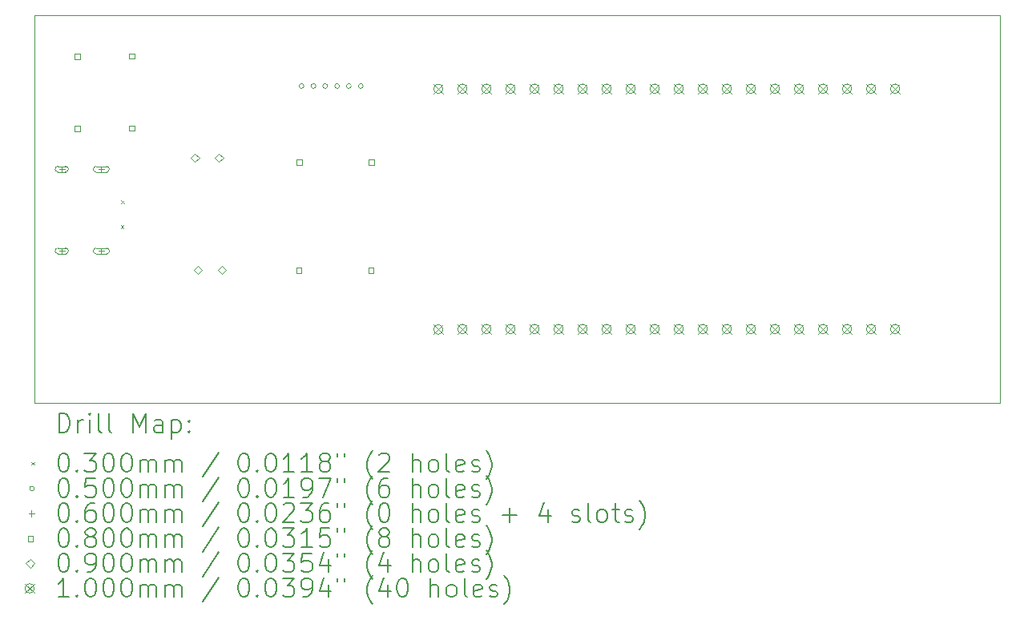
<source format=gbr>
%TF.GenerationSoftware,KiCad,Pcbnew,9.0.6-9.0.6~ubuntu24.04.1*%
%TF.CreationDate,2025-12-26T18:07:37+01:00*%
%TF.ProjectId,security-system,73656375-7269-4747-992d-73797374656d,0*%
%TF.SameCoordinates,Original*%
%TF.FileFunction,Drillmap*%
%TF.FilePolarity,Positive*%
%FSLAX45Y45*%
G04 Gerber Fmt 4.5, Leading zero omitted, Abs format (unit mm)*
G04 Created by KiCad (PCBNEW 9.0.6-9.0.6~ubuntu24.04.1) date 2025-12-26 18:07:37*
%MOMM*%
%LPD*%
G01*
G04 APERTURE LIST*
%ADD10C,0.038100*%
%ADD11C,0.200000*%
%ADD12C,0.100000*%
G04 APERTURE END LIST*
D10*
X12500000Y-6600000D02*
X12500000Y-10700000D01*
X22700000Y-6600000D02*
X12500000Y-6600000D01*
X22700000Y-10700000D02*
X22700000Y-6600000D01*
X12500000Y-10700000D02*
X22700000Y-10700000D01*
D11*
D12*
X13412000Y-8822000D02*
X13442000Y-8852000D01*
X13442000Y-8822000D02*
X13412000Y-8852000D01*
X13414000Y-8560000D02*
X13444000Y-8590000D01*
X13444000Y-8560000D02*
X13414000Y-8590000D01*
X15347000Y-7352000D02*
G75*
G02*
X15297000Y-7352000I-25000J0D01*
G01*
X15297000Y-7352000D02*
G75*
G02*
X15347000Y-7352000I25000J0D01*
G01*
X15472000Y-7352000D02*
G75*
G02*
X15422000Y-7352000I-25000J0D01*
G01*
X15422000Y-7352000D02*
G75*
G02*
X15472000Y-7352000I25000J0D01*
G01*
X15597000Y-7352000D02*
G75*
G02*
X15547000Y-7352000I-25000J0D01*
G01*
X15547000Y-7352000D02*
G75*
G02*
X15597000Y-7352000I25000J0D01*
G01*
X15722000Y-7352000D02*
G75*
G02*
X15672000Y-7352000I-25000J0D01*
G01*
X15672000Y-7352000D02*
G75*
G02*
X15722000Y-7352000I25000J0D01*
G01*
X15847000Y-7352000D02*
G75*
G02*
X15797000Y-7352000I-25000J0D01*
G01*
X15797000Y-7352000D02*
G75*
G02*
X15847000Y-7352000I25000J0D01*
G01*
X15972000Y-7352000D02*
G75*
G02*
X15922000Y-7352000I-25000J0D01*
G01*
X15922000Y-7352000D02*
G75*
G02*
X15972000Y-7352000I25000J0D01*
G01*
X12788000Y-8200000D02*
X12788000Y-8260000D01*
X12758000Y-8230000D02*
X12818000Y-8230000D01*
X12828000Y-8200000D02*
X12748000Y-8200000D01*
X12748000Y-8260000D02*
G75*
G02*
X12748000Y-8200000I0J30000D01*
G01*
X12748000Y-8260000D02*
X12828000Y-8260000D01*
X12828000Y-8260000D02*
G75*
G03*
X12828000Y-8200000I0J30000D01*
G01*
X12788000Y-9064000D02*
X12788000Y-9124000D01*
X12758000Y-9094000D02*
X12818000Y-9094000D01*
X12828000Y-9064000D02*
X12748000Y-9064000D01*
X12748000Y-9124000D02*
G75*
G02*
X12748000Y-9064000I0J30000D01*
G01*
X12748000Y-9124000D02*
X12828000Y-9124000D01*
X12828000Y-9124000D02*
G75*
G03*
X12828000Y-9064000I0J30000D01*
G01*
X13206000Y-8200000D02*
X13206000Y-8260000D01*
X13176000Y-8230000D02*
X13236000Y-8230000D01*
X13261000Y-8200000D02*
X13151000Y-8200000D01*
X13151000Y-8260000D02*
G75*
G02*
X13151000Y-8200000I0J30000D01*
G01*
X13151000Y-8260000D02*
X13261000Y-8260000D01*
X13261000Y-8260000D02*
G75*
G03*
X13261000Y-8200000I0J30000D01*
G01*
X13206000Y-9064000D02*
X13206000Y-9124000D01*
X13176000Y-9094000D02*
X13236000Y-9094000D01*
X13261000Y-9064000D02*
X13151000Y-9064000D01*
X13151000Y-9124000D02*
G75*
G02*
X13151000Y-9064000I0J30000D01*
G01*
X13151000Y-9124000D02*
X13261000Y-9124000D01*
X13261000Y-9124000D02*
G75*
G03*
X13261000Y-9064000I0J30000D01*
G01*
X12978284Y-7067284D02*
X12978284Y-7010715D01*
X12921715Y-7010715D01*
X12921715Y-7067284D01*
X12978284Y-7067284D01*
X12978284Y-7829284D02*
X12978284Y-7772715D01*
X12921715Y-7772715D01*
X12921715Y-7829284D01*
X12978284Y-7829284D01*
X13557284Y-7064284D02*
X13557284Y-7007715D01*
X13500715Y-7007715D01*
X13500715Y-7064284D01*
X13557284Y-7064284D01*
X13557284Y-7826284D02*
X13557284Y-7769715D01*
X13500715Y-7769715D01*
X13500715Y-7826284D01*
X13557284Y-7826284D01*
X15321284Y-9327285D02*
X15321284Y-9270716D01*
X15264715Y-9270716D01*
X15264715Y-9327285D01*
X15321284Y-9327285D01*
X15324284Y-8183284D02*
X15324284Y-8126715D01*
X15267715Y-8126715D01*
X15267715Y-8183284D01*
X15324284Y-8183284D01*
X16083284Y-9327285D02*
X16083284Y-9270716D01*
X16026715Y-9270716D01*
X16026715Y-9327285D01*
X16083284Y-9327285D01*
X16086284Y-8183284D02*
X16086284Y-8126715D01*
X16029715Y-8126715D01*
X16029715Y-8183284D01*
X16086284Y-8183284D01*
X14195500Y-8154000D02*
X14240500Y-8109000D01*
X14195500Y-8064000D01*
X14150500Y-8109000D01*
X14195500Y-8154000D01*
X14227500Y-9340000D02*
X14272500Y-9295000D01*
X14227500Y-9250000D01*
X14182500Y-9295000D01*
X14227500Y-9340000D01*
X14449500Y-8154000D02*
X14494500Y-8109000D01*
X14449500Y-8064000D01*
X14404500Y-8109000D01*
X14449500Y-8154000D01*
X14481500Y-9340000D02*
X14526500Y-9295000D01*
X14481500Y-9250000D01*
X14436500Y-9295000D01*
X14481500Y-9340000D01*
X16717000Y-7331000D02*
X16817000Y-7431000D01*
X16817000Y-7331000D02*
X16717000Y-7431000D01*
X16817000Y-7381000D02*
G75*
G02*
X16717000Y-7381000I-50000J0D01*
G01*
X16717000Y-7381000D02*
G75*
G02*
X16817000Y-7381000I50000J0D01*
G01*
X16717000Y-9875000D02*
X16817000Y-9975000D01*
X16817000Y-9875000D02*
X16717000Y-9975000D01*
X16817000Y-9925000D02*
G75*
G02*
X16717000Y-9925000I-50000J0D01*
G01*
X16717000Y-9925000D02*
G75*
G02*
X16817000Y-9925000I50000J0D01*
G01*
X16971000Y-7330000D02*
X17071000Y-7430000D01*
X17071000Y-7330000D02*
X16971000Y-7430000D01*
X17071000Y-7380000D02*
G75*
G02*
X16971000Y-7380000I-50000J0D01*
G01*
X16971000Y-7380000D02*
G75*
G02*
X17071000Y-7380000I50000J0D01*
G01*
X16971000Y-9870000D02*
X17071000Y-9970000D01*
X17071000Y-9870000D02*
X16971000Y-9970000D01*
X17071000Y-9920000D02*
G75*
G02*
X16971000Y-9920000I-50000J0D01*
G01*
X16971000Y-9920000D02*
G75*
G02*
X17071000Y-9920000I50000J0D01*
G01*
X17225000Y-7330000D02*
X17325000Y-7430000D01*
X17325000Y-7330000D02*
X17225000Y-7430000D01*
X17325000Y-7380000D02*
G75*
G02*
X17225000Y-7380000I-50000J0D01*
G01*
X17225000Y-7380000D02*
G75*
G02*
X17325000Y-7380000I50000J0D01*
G01*
X17225000Y-9870000D02*
X17325000Y-9970000D01*
X17325000Y-9870000D02*
X17225000Y-9970000D01*
X17325000Y-9920000D02*
G75*
G02*
X17225000Y-9920000I-50000J0D01*
G01*
X17225000Y-9920000D02*
G75*
G02*
X17325000Y-9920000I50000J0D01*
G01*
X17479000Y-7330000D02*
X17579000Y-7430000D01*
X17579000Y-7330000D02*
X17479000Y-7430000D01*
X17579000Y-7380000D02*
G75*
G02*
X17479000Y-7380000I-50000J0D01*
G01*
X17479000Y-7380000D02*
G75*
G02*
X17579000Y-7380000I50000J0D01*
G01*
X17479000Y-9870000D02*
X17579000Y-9970000D01*
X17579000Y-9870000D02*
X17479000Y-9970000D01*
X17579000Y-9920000D02*
G75*
G02*
X17479000Y-9920000I-50000J0D01*
G01*
X17479000Y-9920000D02*
G75*
G02*
X17579000Y-9920000I50000J0D01*
G01*
X17733000Y-7330000D02*
X17833000Y-7430000D01*
X17833000Y-7330000D02*
X17733000Y-7430000D01*
X17833000Y-7380000D02*
G75*
G02*
X17733000Y-7380000I-50000J0D01*
G01*
X17733000Y-7380000D02*
G75*
G02*
X17833000Y-7380000I50000J0D01*
G01*
X17733000Y-9870000D02*
X17833000Y-9970000D01*
X17833000Y-9870000D02*
X17733000Y-9970000D01*
X17833000Y-9920000D02*
G75*
G02*
X17733000Y-9920000I-50000J0D01*
G01*
X17733000Y-9920000D02*
G75*
G02*
X17833000Y-9920000I50000J0D01*
G01*
X17987000Y-7330000D02*
X18087000Y-7430000D01*
X18087000Y-7330000D02*
X17987000Y-7430000D01*
X18087000Y-7380000D02*
G75*
G02*
X17987000Y-7380000I-50000J0D01*
G01*
X17987000Y-7380000D02*
G75*
G02*
X18087000Y-7380000I50000J0D01*
G01*
X17987000Y-9870000D02*
X18087000Y-9970000D01*
X18087000Y-9870000D02*
X17987000Y-9970000D01*
X18087000Y-9920000D02*
G75*
G02*
X17987000Y-9920000I-50000J0D01*
G01*
X17987000Y-9920000D02*
G75*
G02*
X18087000Y-9920000I50000J0D01*
G01*
X18241000Y-7330000D02*
X18341000Y-7430000D01*
X18341000Y-7330000D02*
X18241000Y-7430000D01*
X18341000Y-7380000D02*
G75*
G02*
X18241000Y-7380000I-50000J0D01*
G01*
X18241000Y-7380000D02*
G75*
G02*
X18341000Y-7380000I50000J0D01*
G01*
X18241000Y-9870000D02*
X18341000Y-9970000D01*
X18341000Y-9870000D02*
X18241000Y-9970000D01*
X18341000Y-9920000D02*
G75*
G02*
X18241000Y-9920000I-50000J0D01*
G01*
X18241000Y-9920000D02*
G75*
G02*
X18341000Y-9920000I50000J0D01*
G01*
X18495000Y-7330000D02*
X18595000Y-7430000D01*
X18595000Y-7330000D02*
X18495000Y-7430000D01*
X18595000Y-7380000D02*
G75*
G02*
X18495000Y-7380000I-50000J0D01*
G01*
X18495000Y-7380000D02*
G75*
G02*
X18595000Y-7380000I50000J0D01*
G01*
X18495000Y-9870000D02*
X18595000Y-9970000D01*
X18595000Y-9870000D02*
X18495000Y-9970000D01*
X18595000Y-9920000D02*
G75*
G02*
X18495000Y-9920000I-50000J0D01*
G01*
X18495000Y-9920000D02*
G75*
G02*
X18595000Y-9920000I50000J0D01*
G01*
X18749000Y-7330000D02*
X18849000Y-7430000D01*
X18849000Y-7330000D02*
X18749000Y-7430000D01*
X18849000Y-7380000D02*
G75*
G02*
X18749000Y-7380000I-50000J0D01*
G01*
X18749000Y-7380000D02*
G75*
G02*
X18849000Y-7380000I50000J0D01*
G01*
X18749000Y-9870000D02*
X18849000Y-9970000D01*
X18849000Y-9870000D02*
X18749000Y-9970000D01*
X18849000Y-9920000D02*
G75*
G02*
X18749000Y-9920000I-50000J0D01*
G01*
X18749000Y-9920000D02*
G75*
G02*
X18849000Y-9920000I50000J0D01*
G01*
X19003000Y-7330000D02*
X19103000Y-7430000D01*
X19103000Y-7330000D02*
X19003000Y-7430000D01*
X19103000Y-7380000D02*
G75*
G02*
X19003000Y-7380000I-50000J0D01*
G01*
X19003000Y-7380000D02*
G75*
G02*
X19103000Y-7380000I50000J0D01*
G01*
X19003000Y-9870000D02*
X19103000Y-9970000D01*
X19103000Y-9870000D02*
X19003000Y-9970000D01*
X19103000Y-9920000D02*
G75*
G02*
X19003000Y-9920000I-50000J0D01*
G01*
X19003000Y-9920000D02*
G75*
G02*
X19103000Y-9920000I50000J0D01*
G01*
X19257000Y-7330000D02*
X19357000Y-7430000D01*
X19357000Y-7330000D02*
X19257000Y-7430000D01*
X19357000Y-7380000D02*
G75*
G02*
X19257000Y-7380000I-50000J0D01*
G01*
X19257000Y-7380000D02*
G75*
G02*
X19357000Y-7380000I50000J0D01*
G01*
X19257000Y-9870000D02*
X19357000Y-9970000D01*
X19357000Y-9870000D02*
X19257000Y-9970000D01*
X19357000Y-9920000D02*
G75*
G02*
X19257000Y-9920000I-50000J0D01*
G01*
X19257000Y-9920000D02*
G75*
G02*
X19357000Y-9920000I50000J0D01*
G01*
X19511000Y-7330000D02*
X19611000Y-7430000D01*
X19611000Y-7330000D02*
X19511000Y-7430000D01*
X19611000Y-7380000D02*
G75*
G02*
X19511000Y-7380000I-50000J0D01*
G01*
X19511000Y-7380000D02*
G75*
G02*
X19611000Y-7380000I50000J0D01*
G01*
X19511000Y-9870000D02*
X19611000Y-9970000D01*
X19611000Y-9870000D02*
X19511000Y-9970000D01*
X19611000Y-9920000D02*
G75*
G02*
X19511000Y-9920000I-50000J0D01*
G01*
X19511000Y-9920000D02*
G75*
G02*
X19611000Y-9920000I50000J0D01*
G01*
X19765000Y-7330000D02*
X19865000Y-7430000D01*
X19865000Y-7330000D02*
X19765000Y-7430000D01*
X19865000Y-7380000D02*
G75*
G02*
X19765000Y-7380000I-50000J0D01*
G01*
X19765000Y-7380000D02*
G75*
G02*
X19865000Y-7380000I50000J0D01*
G01*
X19765000Y-9870000D02*
X19865000Y-9970000D01*
X19865000Y-9870000D02*
X19765000Y-9970000D01*
X19865000Y-9920000D02*
G75*
G02*
X19765000Y-9920000I-50000J0D01*
G01*
X19765000Y-9920000D02*
G75*
G02*
X19865000Y-9920000I50000J0D01*
G01*
X20019000Y-7330000D02*
X20119000Y-7430000D01*
X20119000Y-7330000D02*
X20019000Y-7430000D01*
X20119000Y-7380000D02*
G75*
G02*
X20019000Y-7380000I-50000J0D01*
G01*
X20019000Y-7380000D02*
G75*
G02*
X20119000Y-7380000I50000J0D01*
G01*
X20019000Y-9870000D02*
X20119000Y-9970000D01*
X20119000Y-9870000D02*
X20019000Y-9970000D01*
X20119000Y-9920000D02*
G75*
G02*
X20019000Y-9920000I-50000J0D01*
G01*
X20019000Y-9920000D02*
G75*
G02*
X20119000Y-9920000I50000J0D01*
G01*
X20273000Y-7330000D02*
X20373000Y-7430000D01*
X20373000Y-7330000D02*
X20273000Y-7430000D01*
X20373000Y-7380000D02*
G75*
G02*
X20273000Y-7380000I-50000J0D01*
G01*
X20273000Y-7380000D02*
G75*
G02*
X20373000Y-7380000I50000J0D01*
G01*
X20273000Y-9870000D02*
X20373000Y-9970000D01*
X20373000Y-9870000D02*
X20273000Y-9970000D01*
X20373000Y-9920000D02*
G75*
G02*
X20273000Y-9920000I-50000J0D01*
G01*
X20273000Y-9920000D02*
G75*
G02*
X20373000Y-9920000I50000J0D01*
G01*
X20527000Y-7330000D02*
X20627000Y-7430000D01*
X20627000Y-7330000D02*
X20527000Y-7430000D01*
X20627000Y-7380000D02*
G75*
G02*
X20527000Y-7380000I-50000J0D01*
G01*
X20527000Y-7380000D02*
G75*
G02*
X20627000Y-7380000I50000J0D01*
G01*
X20527000Y-9870000D02*
X20627000Y-9970000D01*
X20627000Y-9870000D02*
X20527000Y-9970000D01*
X20627000Y-9920000D02*
G75*
G02*
X20527000Y-9920000I-50000J0D01*
G01*
X20527000Y-9920000D02*
G75*
G02*
X20627000Y-9920000I50000J0D01*
G01*
X20781000Y-7330000D02*
X20881000Y-7430000D01*
X20881000Y-7330000D02*
X20781000Y-7430000D01*
X20881000Y-7380000D02*
G75*
G02*
X20781000Y-7380000I-50000J0D01*
G01*
X20781000Y-7380000D02*
G75*
G02*
X20881000Y-7380000I50000J0D01*
G01*
X20781000Y-9870000D02*
X20881000Y-9970000D01*
X20881000Y-9870000D02*
X20781000Y-9970000D01*
X20881000Y-9920000D02*
G75*
G02*
X20781000Y-9920000I-50000J0D01*
G01*
X20781000Y-9920000D02*
G75*
G02*
X20881000Y-9920000I50000J0D01*
G01*
X21035000Y-7330000D02*
X21135000Y-7430000D01*
X21135000Y-7330000D02*
X21035000Y-7430000D01*
X21135000Y-7380000D02*
G75*
G02*
X21035000Y-7380000I-50000J0D01*
G01*
X21035000Y-7380000D02*
G75*
G02*
X21135000Y-7380000I50000J0D01*
G01*
X21035000Y-9870000D02*
X21135000Y-9970000D01*
X21135000Y-9870000D02*
X21035000Y-9970000D01*
X21135000Y-9920000D02*
G75*
G02*
X21035000Y-9920000I-50000J0D01*
G01*
X21035000Y-9920000D02*
G75*
G02*
X21135000Y-9920000I50000J0D01*
G01*
X21289000Y-7330000D02*
X21389000Y-7430000D01*
X21389000Y-7330000D02*
X21289000Y-7430000D01*
X21389000Y-7380000D02*
G75*
G02*
X21289000Y-7380000I-50000J0D01*
G01*
X21289000Y-7380000D02*
G75*
G02*
X21389000Y-7380000I50000J0D01*
G01*
X21289000Y-9870000D02*
X21389000Y-9970000D01*
X21389000Y-9870000D02*
X21289000Y-9970000D01*
X21389000Y-9920000D02*
G75*
G02*
X21289000Y-9920000I-50000J0D01*
G01*
X21289000Y-9920000D02*
G75*
G02*
X21389000Y-9920000I50000J0D01*
G01*
X21543000Y-7330000D02*
X21643000Y-7430000D01*
X21643000Y-7330000D02*
X21543000Y-7430000D01*
X21643000Y-7380000D02*
G75*
G02*
X21543000Y-7380000I-50000J0D01*
G01*
X21543000Y-7380000D02*
G75*
G02*
X21643000Y-7380000I50000J0D01*
G01*
X21543000Y-9870000D02*
X21643000Y-9970000D01*
X21643000Y-9870000D02*
X21543000Y-9970000D01*
X21643000Y-9920000D02*
G75*
G02*
X21543000Y-9920000I-50000J0D01*
G01*
X21543000Y-9920000D02*
G75*
G02*
X21643000Y-9920000I50000J0D01*
G01*
D11*
X12758872Y-11013389D02*
X12758872Y-10813389D01*
X12758872Y-10813389D02*
X12806491Y-10813389D01*
X12806491Y-10813389D02*
X12835062Y-10822913D01*
X12835062Y-10822913D02*
X12854110Y-10841960D01*
X12854110Y-10841960D02*
X12863634Y-10861008D01*
X12863634Y-10861008D02*
X12873157Y-10899103D01*
X12873157Y-10899103D02*
X12873157Y-10927675D01*
X12873157Y-10927675D02*
X12863634Y-10965770D01*
X12863634Y-10965770D02*
X12854110Y-10984817D01*
X12854110Y-10984817D02*
X12835062Y-11003865D01*
X12835062Y-11003865D02*
X12806491Y-11013389D01*
X12806491Y-11013389D02*
X12758872Y-11013389D01*
X12958872Y-11013389D02*
X12958872Y-10880055D01*
X12958872Y-10918151D02*
X12968396Y-10899103D01*
X12968396Y-10899103D02*
X12977919Y-10889579D01*
X12977919Y-10889579D02*
X12996967Y-10880055D01*
X12996967Y-10880055D02*
X13016015Y-10880055D01*
X13082681Y-11013389D02*
X13082681Y-10880055D01*
X13082681Y-10813389D02*
X13073157Y-10822913D01*
X13073157Y-10822913D02*
X13082681Y-10832436D01*
X13082681Y-10832436D02*
X13092205Y-10822913D01*
X13092205Y-10822913D02*
X13082681Y-10813389D01*
X13082681Y-10813389D02*
X13082681Y-10832436D01*
X13206491Y-11013389D02*
X13187443Y-11003865D01*
X13187443Y-11003865D02*
X13177919Y-10984817D01*
X13177919Y-10984817D02*
X13177919Y-10813389D01*
X13311253Y-11013389D02*
X13292205Y-11003865D01*
X13292205Y-11003865D02*
X13282681Y-10984817D01*
X13282681Y-10984817D02*
X13282681Y-10813389D01*
X13539824Y-11013389D02*
X13539824Y-10813389D01*
X13539824Y-10813389D02*
X13606491Y-10956246D01*
X13606491Y-10956246D02*
X13673157Y-10813389D01*
X13673157Y-10813389D02*
X13673157Y-11013389D01*
X13854110Y-11013389D02*
X13854110Y-10908627D01*
X13854110Y-10908627D02*
X13844586Y-10889579D01*
X13844586Y-10889579D02*
X13825538Y-10880055D01*
X13825538Y-10880055D02*
X13787443Y-10880055D01*
X13787443Y-10880055D02*
X13768396Y-10889579D01*
X13854110Y-11003865D02*
X13835062Y-11013389D01*
X13835062Y-11013389D02*
X13787443Y-11013389D01*
X13787443Y-11013389D02*
X13768396Y-11003865D01*
X13768396Y-11003865D02*
X13758872Y-10984817D01*
X13758872Y-10984817D02*
X13758872Y-10965770D01*
X13758872Y-10965770D02*
X13768396Y-10946722D01*
X13768396Y-10946722D02*
X13787443Y-10937198D01*
X13787443Y-10937198D02*
X13835062Y-10937198D01*
X13835062Y-10937198D02*
X13854110Y-10927675D01*
X13949348Y-10880055D02*
X13949348Y-11080055D01*
X13949348Y-10889579D02*
X13968396Y-10880055D01*
X13968396Y-10880055D02*
X14006491Y-10880055D01*
X14006491Y-10880055D02*
X14025538Y-10889579D01*
X14025538Y-10889579D02*
X14035062Y-10899103D01*
X14035062Y-10899103D02*
X14044586Y-10918151D01*
X14044586Y-10918151D02*
X14044586Y-10975294D01*
X14044586Y-10975294D02*
X14035062Y-10994341D01*
X14035062Y-10994341D02*
X14025538Y-11003865D01*
X14025538Y-11003865D02*
X14006491Y-11013389D01*
X14006491Y-11013389D02*
X13968396Y-11013389D01*
X13968396Y-11013389D02*
X13949348Y-11003865D01*
X14130300Y-10994341D02*
X14139824Y-11003865D01*
X14139824Y-11003865D02*
X14130300Y-11013389D01*
X14130300Y-11013389D02*
X14120777Y-11003865D01*
X14120777Y-11003865D02*
X14130300Y-10994341D01*
X14130300Y-10994341D02*
X14130300Y-11013389D01*
X14130300Y-10889579D02*
X14139824Y-10899103D01*
X14139824Y-10899103D02*
X14130300Y-10908627D01*
X14130300Y-10908627D02*
X14120777Y-10899103D01*
X14120777Y-10899103D02*
X14130300Y-10889579D01*
X14130300Y-10889579D02*
X14130300Y-10908627D01*
D12*
X12468095Y-11326905D02*
X12498095Y-11356905D01*
X12498095Y-11326905D02*
X12468095Y-11356905D01*
D11*
X12796967Y-11233389D02*
X12816015Y-11233389D01*
X12816015Y-11233389D02*
X12835062Y-11242913D01*
X12835062Y-11242913D02*
X12844586Y-11252436D01*
X12844586Y-11252436D02*
X12854110Y-11271484D01*
X12854110Y-11271484D02*
X12863634Y-11309579D01*
X12863634Y-11309579D02*
X12863634Y-11357198D01*
X12863634Y-11357198D02*
X12854110Y-11395293D01*
X12854110Y-11395293D02*
X12844586Y-11414341D01*
X12844586Y-11414341D02*
X12835062Y-11423865D01*
X12835062Y-11423865D02*
X12816015Y-11433389D01*
X12816015Y-11433389D02*
X12796967Y-11433389D01*
X12796967Y-11433389D02*
X12777919Y-11423865D01*
X12777919Y-11423865D02*
X12768396Y-11414341D01*
X12768396Y-11414341D02*
X12758872Y-11395293D01*
X12758872Y-11395293D02*
X12749348Y-11357198D01*
X12749348Y-11357198D02*
X12749348Y-11309579D01*
X12749348Y-11309579D02*
X12758872Y-11271484D01*
X12758872Y-11271484D02*
X12768396Y-11252436D01*
X12768396Y-11252436D02*
X12777919Y-11242913D01*
X12777919Y-11242913D02*
X12796967Y-11233389D01*
X12949348Y-11414341D02*
X12958872Y-11423865D01*
X12958872Y-11423865D02*
X12949348Y-11433389D01*
X12949348Y-11433389D02*
X12939824Y-11423865D01*
X12939824Y-11423865D02*
X12949348Y-11414341D01*
X12949348Y-11414341D02*
X12949348Y-11433389D01*
X13025538Y-11233389D02*
X13149348Y-11233389D01*
X13149348Y-11233389D02*
X13082681Y-11309579D01*
X13082681Y-11309579D02*
X13111253Y-11309579D01*
X13111253Y-11309579D02*
X13130300Y-11319103D01*
X13130300Y-11319103D02*
X13139824Y-11328627D01*
X13139824Y-11328627D02*
X13149348Y-11347674D01*
X13149348Y-11347674D02*
X13149348Y-11395293D01*
X13149348Y-11395293D02*
X13139824Y-11414341D01*
X13139824Y-11414341D02*
X13130300Y-11423865D01*
X13130300Y-11423865D02*
X13111253Y-11433389D01*
X13111253Y-11433389D02*
X13054110Y-11433389D01*
X13054110Y-11433389D02*
X13035062Y-11423865D01*
X13035062Y-11423865D02*
X13025538Y-11414341D01*
X13273157Y-11233389D02*
X13292205Y-11233389D01*
X13292205Y-11233389D02*
X13311253Y-11242913D01*
X13311253Y-11242913D02*
X13320777Y-11252436D01*
X13320777Y-11252436D02*
X13330300Y-11271484D01*
X13330300Y-11271484D02*
X13339824Y-11309579D01*
X13339824Y-11309579D02*
X13339824Y-11357198D01*
X13339824Y-11357198D02*
X13330300Y-11395293D01*
X13330300Y-11395293D02*
X13320777Y-11414341D01*
X13320777Y-11414341D02*
X13311253Y-11423865D01*
X13311253Y-11423865D02*
X13292205Y-11433389D01*
X13292205Y-11433389D02*
X13273157Y-11433389D01*
X13273157Y-11433389D02*
X13254110Y-11423865D01*
X13254110Y-11423865D02*
X13244586Y-11414341D01*
X13244586Y-11414341D02*
X13235062Y-11395293D01*
X13235062Y-11395293D02*
X13225538Y-11357198D01*
X13225538Y-11357198D02*
X13225538Y-11309579D01*
X13225538Y-11309579D02*
X13235062Y-11271484D01*
X13235062Y-11271484D02*
X13244586Y-11252436D01*
X13244586Y-11252436D02*
X13254110Y-11242913D01*
X13254110Y-11242913D02*
X13273157Y-11233389D01*
X13463634Y-11233389D02*
X13482681Y-11233389D01*
X13482681Y-11233389D02*
X13501729Y-11242913D01*
X13501729Y-11242913D02*
X13511253Y-11252436D01*
X13511253Y-11252436D02*
X13520777Y-11271484D01*
X13520777Y-11271484D02*
X13530300Y-11309579D01*
X13530300Y-11309579D02*
X13530300Y-11357198D01*
X13530300Y-11357198D02*
X13520777Y-11395293D01*
X13520777Y-11395293D02*
X13511253Y-11414341D01*
X13511253Y-11414341D02*
X13501729Y-11423865D01*
X13501729Y-11423865D02*
X13482681Y-11433389D01*
X13482681Y-11433389D02*
X13463634Y-11433389D01*
X13463634Y-11433389D02*
X13444586Y-11423865D01*
X13444586Y-11423865D02*
X13435062Y-11414341D01*
X13435062Y-11414341D02*
X13425538Y-11395293D01*
X13425538Y-11395293D02*
X13416015Y-11357198D01*
X13416015Y-11357198D02*
X13416015Y-11309579D01*
X13416015Y-11309579D02*
X13425538Y-11271484D01*
X13425538Y-11271484D02*
X13435062Y-11252436D01*
X13435062Y-11252436D02*
X13444586Y-11242913D01*
X13444586Y-11242913D02*
X13463634Y-11233389D01*
X13616015Y-11433389D02*
X13616015Y-11300055D01*
X13616015Y-11319103D02*
X13625538Y-11309579D01*
X13625538Y-11309579D02*
X13644586Y-11300055D01*
X13644586Y-11300055D02*
X13673158Y-11300055D01*
X13673158Y-11300055D02*
X13692205Y-11309579D01*
X13692205Y-11309579D02*
X13701729Y-11328627D01*
X13701729Y-11328627D02*
X13701729Y-11433389D01*
X13701729Y-11328627D02*
X13711253Y-11309579D01*
X13711253Y-11309579D02*
X13730300Y-11300055D01*
X13730300Y-11300055D02*
X13758872Y-11300055D01*
X13758872Y-11300055D02*
X13777919Y-11309579D01*
X13777919Y-11309579D02*
X13787443Y-11328627D01*
X13787443Y-11328627D02*
X13787443Y-11433389D01*
X13882681Y-11433389D02*
X13882681Y-11300055D01*
X13882681Y-11319103D02*
X13892205Y-11309579D01*
X13892205Y-11309579D02*
X13911253Y-11300055D01*
X13911253Y-11300055D02*
X13939824Y-11300055D01*
X13939824Y-11300055D02*
X13958872Y-11309579D01*
X13958872Y-11309579D02*
X13968396Y-11328627D01*
X13968396Y-11328627D02*
X13968396Y-11433389D01*
X13968396Y-11328627D02*
X13977919Y-11309579D01*
X13977919Y-11309579D02*
X13996967Y-11300055D01*
X13996967Y-11300055D02*
X14025538Y-11300055D01*
X14025538Y-11300055D02*
X14044586Y-11309579D01*
X14044586Y-11309579D02*
X14054110Y-11328627D01*
X14054110Y-11328627D02*
X14054110Y-11433389D01*
X14444586Y-11223865D02*
X14273158Y-11481008D01*
X14701729Y-11233389D02*
X14720777Y-11233389D01*
X14720777Y-11233389D02*
X14739824Y-11242913D01*
X14739824Y-11242913D02*
X14749348Y-11252436D01*
X14749348Y-11252436D02*
X14758872Y-11271484D01*
X14758872Y-11271484D02*
X14768396Y-11309579D01*
X14768396Y-11309579D02*
X14768396Y-11357198D01*
X14768396Y-11357198D02*
X14758872Y-11395293D01*
X14758872Y-11395293D02*
X14749348Y-11414341D01*
X14749348Y-11414341D02*
X14739824Y-11423865D01*
X14739824Y-11423865D02*
X14720777Y-11433389D01*
X14720777Y-11433389D02*
X14701729Y-11433389D01*
X14701729Y-11433389D02*
X14682681Y-11423865D01*
X14682681Y-11423865D02*
X14673158Y-11414341D01*
X14673158Y-11414341D02*
X14663634Y-11395293D01*
X14663634Y-11395293D02*
X14654110Y-11357198D01*
X14654110Y-11357198D02*
X14654110Y-11309579D01*
X14654110Y-11309579D02*
X14663634Y-11271484D01*
X14663634Y-11271484D02*
X14673158Y-11252436D01*
X14673158Y-11252436D02*
X14682681Y-11242913D01*
X14682681Y-11242913D02*
X14701729Y-11233389D01*
X14854110Y-11414341D02*
X14863634Y-11423865D01*
X14863634Y-11423865D02*
X14854110Y-11433389D01*
X14854110Y-11433389D02*
X14844586Y-11423865D01*
X14844586Y-11423865D02*
X14854110Y-11414341D01*
X14854110Y-11414341D02*
X14854110Y-11433389D01*
X14987443Y-11233389D02*
X15006491Y-11233389D01*
X15006491Y-11233389D02*
X15025539Y-11242913D01*
X15025539Y-11242913D02*
X15035062Y-11252436D01*
X15035062Y-11252436D02*
X15044586Y-11271484D01*
X15044586Y-11271484D02*
X15054110Y-11309579D01*
X15054110Y-11309579D02*
X15054110Y-11357198D01*
X15054110Y-11357198D02*
X15044586Y-11395293D01*
X15044586Y-11395293D02*
X15035062Y-11414341D01*
X15035062Y-11414341D02*
X15025539Y-11423865D01*
X15025539Y-11423865D02*
X15006491Y-11433389D01*
X15006491Y-11433389D02*
X14987443Y-11433389D01*
X14987443Y-11433389D02*
X14968396Y-11423865D01*
X14968396Y-11423865D02*
X14958872Y-11414341D01*
X14958872Y-11414341D02*
X14949348Y-11395293D01*
X14949348Y-11395293D02*
X14939824Y-11357198D01*
X14939824Y-11357198D02*
X14939824Y-11309579D01*
X14939824Y-11309579D02*
X14949348Y-11271484D01*
X14949348Y-11271484D02*
X14958872Y-11252436D01*
X14958872Y-11252436D02*
X14968396Y-11242913D01*
X14968396Y-11242913D02*
X14987443Y-11233389D01*
X15244586Y-11433389D02*
X15130301Y-11433389D01*
X15187443Y-11433389D02*
X15187443Y-11233389D01*
X15187443Y-11233389D02*
X15168396Y-11261960D01*
X15168396Y-11261960D02*
X15149348Y-11281008D01*
X15149348Y-11281008D02*
X15130301Y-11290532D01*
X15435062Y-11433389D02*
X15320777Y-11433389D01*
X15377920Y-11433389D02*
X15377920Y-11233389D01*
X15377920Y-11233389D02*
X15358872Y-11261960D01*
X15358872Y-11261960D02*
X15339824Y-11281008D01*
X15339824Y-11281008D02*
X15320777Y-11290532D01*
X15549348Y-11319103D02*
X15530301Y-11309579D01*
X15530301Y-11309579D02*
X15520777Y-11300055D01*
X15520777Y-11300055D02*
X15511253Y-11281008D01*
X15511253Y-11281008D02*
X15511253Y-11271484D01*
X15511253Y-11271484D02*
X15520777Y-11252436D01*
X15520777Y-11252436D02*
X15530301Y-11242913D01*
X15530301Y-11242913D02*
X15549348Y-11233389D01*
X15549348Y-11233389D02*
X15587443Y-11233389D01*
X15587443Y-11233389D02*
X15606491Y-11242913D01*
X15606491Y-11242913D02*
X15616015Y-11252436D01*
X15616015Y-11252436D02*
X15625539Y-11271484D01*
X15625539Y-11271484D02*
X15625539Y-11281008D01*
X15625539Y-11281008D02*
X15616015Y-11300055D01*
X15616015Y-11300055D02*
X15606491Y-11309579D01*
X15606491Y-11309579D02*
X15587443Y-11319103D01*
X15587443Y-11319103D02*
X15549348Y-11319103D01*
X15549348Y-11319103D02*
X15530301Y-11328627D01*
X15530301Y-11328627D02*
X15520777Y-11338151D01*
X15520777Y-11338151D02*
X15511253Y-11357198D01*
X15511253Y-11357198D02*
X15511253Y-11395293D01*
X15511253Y-11395293D02*
X15520777Y-11414341D01*
X15520777Y-11414341D02*
X15530301Y-11423865D01*
X15530301Y-11423865D02*
X15549348Y-11433389D01*
X15549348Y-11433389D02*
X15587443Y-11433389D01*
X15587443Y-11433389D02*
X15606491Y-11423865D01*
X15606491Y-11423865D02*
X15616015Y-11414341D01*
X15616015Y-11414341D02*
X15625539Y-11395293D01*
X15625539Y-11395293D02*
X15625539Y-11357198D01*
X15625539Y-11357198D02*
X15616015Y-11338151D01*
X15616015Y-11338151D02*
X15606491Y-11328627D01*
X15606491Y-11328627D02*
X15587443Y-11319103D01*
X15701729Y-11233389D02*
X15701729Y-11271484D01*
X15777920Y-11233389D02*
X15777920Y-11271484D01*
X16073158Y-11509579D02*
X16063634Y-11500055D01*
X16063634Y-11500055D02*
X16044586Y-11471484D01*
X16044586Y-11471484D02*
X16035063Y-11452436D01*
X16035063Y-11452436D02*
X16025539Y-11423865D01*
X16025539Y-11423865D02*
X16016015Y-11376246D01*
X16016015Y-11376246D02*
X16016015Y-11338151D01*
X16016015Y-11338151D02*
X16025539Y-11290532D01*
X16025539Y-11290532D02*
X16035063Y-11261960D01*
X16035063Y-11261960D02*
X16044586Y-11242913D01*
X16044586Y-11242913D02*
X16063634Y-11214341D01*
X16063634Y-11214341D02*
X16073158Y-11204817D01*
X16139824Y-11252436D02*
X16149348Y-11242913D01*
X16149348Y-11242913D02*
X16168396Y-11233389D01*
X16168396Y-11233389D02*
X16216015Y-11233389D01*
X16216015Y-11233389D02*
X16235063Y-11242913D01*
X16235063Y-11242913D02*
X16244586Y-11252436D01*
X16244586Y-11252436D02*
X16254110Y-11271484D01*
X16254110Y-11271484D02*
X16254110Y-11290532D01*
X16254110Y-11290532D02*
X16244586Y-11319103D01*
X16244586Y-11319103D02*
X16130301Y-11433389D01*
X16130301Y-11433389D02*
X16254110Y-11433389D01*
X16492205Y-11433389D02*
X16492205Y-11233389D01*
X16577920Y-11433389D02*
X16577920Y-11328627D01*
X16577920Y-11328627D02*
X16568396Y-11309579D01*
X16568396Y-11309579D02*
X16549348Y-11300055D01*
X16549348Y-11300055D02*
X16520777Y-11300055D01*
X16520777Y-11300055D02*
X16501729Y-11309579D01*
X16501729Y-11309579D02*
X16492205Y-11319103D01*
X16701729Y-11433389D02*
X16682682Y-11423865D01*
X16682682Y-11423865D02*
X16673158Y-11414341D01*
X16673158Y-11414341D02*
X16663634Y-11395293D01*
X16663634Y-11395293D02*
X16663634Y-11338151D01*
X16663634Y-11338151D02*
X16673158Y-11319103D01*
X16673158Y-11319103D02*
X16682682Y-11309579D01*
X16682682Y-11309579D02*
X16701729Y-11300055D01*
X16701729Y-11300055D02*
X16730301Y-11300055D01*
X16730301Y-11300055D02*
X16749348Y-11309579D01*
X16749348Y-11309579D02*
X16758872Y-11319103D01*
X16758872Y-11319103D02*
X16768396Y-11338151D01*
X16768396Y-11338151D02*
X16768396Y-11395293D01*
X16768396Y-11395293D02*
X16758872Y-11414341D01*
X16758872Y-11414341D02*
X16749348Y-11423865D01*
X16749348Y-11423865D02*
X16730301Y-11433389D01*
X16730301Y-11433389D02*
X16701729Y-11433389D01*
X16882682Y-11433389D02*
X16863634Y-11423865D01*
X16863634Y-11423865D02*
X16854110Y-11404817D01*
X16854110Y-11404817D02*
X16854110Y-11233389D01*
X17035063Y-11423865D02*
X17016015Y-11433389D01*
X17016015Y-11433389D02*
X16977920Y-11433389D01*
X16977920Y-11433389D02*
X16958872Y-11423865D01*
X16958872Y-11423865D02*
X16949348Y-11404817D01*
X16949348Y-11404817D02*
X16949348Y-11328627D01*
X16949348Y-11328627D02*
X16958872Y-11309579D01*
X16958872Y-11309579D02*
X16977920Y-11300055D01*
X16977920Y-11300055D02*
X17016015Y-11300055D01*
X17016015Y-11300055D02*
X17035063Y-11309579D01*
X17035063Y-11309579D02*
X17044587Y-11328627D01*
X17044587Y-11328627D02*
X17044587Y-11347674D01*
X17044587Y-11347674D02*
X16949348Y-11366722D01*
X17120777Y-11423865D02*
X17139825Y-11433389D01*
X17139825Y-11433389D02*
X17177920Y-11433389D01*
X17177920Y-11433389D02*
X17196968Y-11423865D01*
X17196968Y-11423865D02*
X17206491Y-11404817D01*
X17206491Y-11404817D02*
X17206491Y-11395293D01*
X17206491Y-11395293D02*
X17196968Y-11376246D01*
X17196968Y-11376246D02*
X17177920Y-11366722D01*
X17177920Y-11366722D02*
X17149348Y-11366722D01*
X17149348Y-11366722D02*
X17130301Y-11357198D01*
X17130301Y-11357198D02*
X17120777Y-11338151D01*
X17120777Y-11338151D02*
X17120777Y-11328627D01*
X17120777Y-11328627D02*
X17130301Y-11309579D01*
X17130301Y-11309579D02*
X17149348Y-11300055D01*
X17149348Y-11300055D02*
X17177920Y-11300055D01*
X17177920Y-11300055D02*
X17196968Y-11309579D01*
X17273158Y-11509579D02*
X17282682Y-11500055D01*
X17282682Y-11500055D02*
X17301729Y-11471484D01*
X17301729Y-11471484D02*
X17311253Y-11452436D01*
X17311253Y-11452436D02*
X17320777Y-11423865D01*
X17320777Y-11423865D02*
X17330301Y-11376246D01*
X17330301Y-11376246D02*
X17330301Y-11338151D01*
X17330301Y-11338151D02*
X17320777Y-11290532D01*
X17320777Y-11290532D02*
X17311253Y-11261960D01*
X17311253Y-11261960D02*
X17301729Y-11242913D01*
X17301729Y-11242913D02*
X17282682Y-11214341D01*
X17282682Y-11214341D02*
X17273158Y-11204817D01*
D12*
X12498095Y-11605905D02*
G75*
G02*
X12448095Y-11605905I-25000J0D01*
G01*
X12448095Y-11605905D02*
G75*
G02*
X12498095Y-11605905I25000J0D01*
G01*
D11*
X12796967Y-11497389D02*
X12816015Y-11497389D01*
X12816015Y-11497389D02*
X12835062Y-11506913D01*
X12835062Y-11506913D02*
X12844586Y-11516436D01*
X12844586Y-11516436D02*
X12854110Y-11535484D01*
X12854110Y-11535484D02*
X12863634Y-11573579D01*
X12863634Y-11573579D02*
X12863634Y-11621198D01*
X12863634Y-11621198D02*
X12854110Y-11659293D01*
X12854110Y-11659293D02*
X12844586Y-11678341D01*
X12844586Y-11678341D02*
X12835062Y-11687865D01*
X12835062Y-11687865D02*
X12816015Y-11697389D01*
X12816015Y-11697389D02*
X12796967Y-11697389D01*
X12796967Y-11697389D02*
X12777919Y-11687865D01*
X12777919Y-11687865D02*
X12768396Y-11678341D01*
X12768396Y-11678341D02*
X12758872Y-11659293D01*
X12758872Y-11659293D02*
X12749348Y-11621198D01*
X12749348Y-11621198D02*
X12749348Y-11573579D01*
X12749348Y-11573579D02*
X12758872Y-11535484D01*
X12758872Y-11535484D02*
X12768396Y-11516436D01*
X12768396Y-11516436D02*
X12777919Y-11506913D01*
X12777919Y-11506913D02*
X12796967Y-11497389D01*
X12949348Y-11678341D02*
X12958872Y-11687865D01*
X12958872Y-11687865D02*
X12949348Y-11697389D01*
X12949348Y-11697389D02*
X12939824Y-11687865D01*
X12939824Y-11687865D02*
X12949348Y-11678341D01*
X12949348Y-11678341D02*
X12949348Y-11697389D01*
X13139824Y-11497389D02*
X13044586Y-11497389D01*
X13044586Y-11497389D02*
X13035062Y-11592627D01*
X13035062Y-11592627D02*
X13044586Y-11583103D01*
X13044586Y-11583103D02*
X13063634Y-11573579D01*
X13063634Y-11573579D02*
X13111253Y-11573579D01*
X13111253Y-11573579D02*
X13130300Y-11583103D01*
X13130300Y-11583103D02*
X13139824Y-11592627D01*
X13139824Y-11592627D02*
X13149348Y-11611674D01*
X13149348Y-11611674D02*
X13149348Y-11659293D01*
X13149348Y-11659293D02*
X13139824Y-11678341D01*
X13139824Y-11678341D02*
X13130300Y-11687865D01*
X13130300Y-11687865D02*
X13111253Y-11697389D01*
X13111253Y-11697389D02*
X13063634Y-11697389D01*
X13063634Y-11697389D02*
X13044586Y-11687865D01*
X13044586Y-11687865D02*
X13035062Y-11678341D01*
X13273157Y-11497389D02*
X13292205Y-11497389D01*
X13292205Y-11497389D02*
X13311253Y-11506913D01*
X13311253Y-11506913D02*
X13320777Y-11516436D01*
X13320777Y-11516436D02*
X13330300Y-11535484D01*
X13330300Y-11535484D02*
X13339824Y-11573579D01*
X13339824Y-11573579D02*
X13339824Y-11621198D01*
X13339824Y-11621198D02*
X13330300Y-11659293D01*
X13330300Y-11659293D02*
X13320777Y-11678341D01*
X13320777Y-11678341D02*
X13311253Y-11687865D01*
X13311253Y-11687865D02*
X13292205Y-11697389D01*
X13292205Y-11697389D02*
X13273157Y-11697389D01*
X13273157Y-11697389D02*
X13254110Y-11687865D01*
X13254110Y-11687865D02*
X13244586Y-11678341D01*
X13244586Y-11678341D02*
X13235062Y-11659293D01*
X13235062Y-11659293D02*
X13225538Y-11621198D01*
X13225538Y-11621198D02*
X13225538Y-11573579D01*
X13225538Y-11573579D02*
X13235062Y-11535484D01*
X13235062Y-11535484D02*
X13244586Y-11516436D01*
X13244586Y-11516436D02*
X13254110Y-11506913D01*
X13254110Y-11506913D02*
X13273157Y-11497389D01*
X13463634Y-11497389D02*
X13482681Y-11497389D01*
X13482681Y-11497389D02*
X13501729Y-11506913D01*
X13501729Y-11506913D02*
X13511253Y-11516436D01*
X13511253Y-11516436D02*
X13520777Y-11535484D01*
X13520777Y-11535484D02*
X13530300Y-11573579D01*
X13530300Y-11573579D02*
X13530300Y-11621198D01*
X13530300Y-11621198D02*
X13520777Y-11659293D01*
X13520777Y-11659293D02*
X13511253Y-11678341D01*
X13511253Y-11678341D02*
X13501729Y-11687865D01*
X13501729Y-11687865D02*
X13482681Y-11697389D01*
X13482681Y-11697389D02*
X13463634Y-11697389D01*
X13463634Y-11697389D02*
X13444586Y-11687865D01*
X13444586Y-11687865D02*
X13435062Y-11678341D01*
X13435062Y-11678341D02*
X13425538Y-11659293D01*
X13425538Y-11659293D02*
X13416015Y-11621198D01*
X13416015Y-11621198D02*
X13416015Y-11573579D01*
X13416015Y-11573579D02*
X13425538Y-11535484D01*
X13425538Y-11535484D02*
X13435062Y-11516436D01*
X13435062Y-11516436D02*
X13444586Y-11506913D01*
X13444586Y-11506913D02*
X13463634Y-11497389D01*
X13616015Y-11697389D02*
X13616015Y-11564055D01*
X13616015Y-11583103D02*
X13625538Y-11573579D01*
X13625538Y-11573579D02*
X13644586Y-11564055D01*
X13644586Y-11564055D02*
X13673158Y-11564055D01*
X13673158Y-11564055D02*
X13692205Y-11573579D01*
X13692205Y-11573579D02*
X13701729Y-11592627D01*
X13701729Y-11592627D02*
X13701729Y-11697389D01*
X13701729Y-11592627D02*
X13711253Y-11573579D01*
X13711253Y-11573579D02*
X13730300Y-11564055D01*
X13730300Y-11564055D02*
X13758872Y-11564055D01*
X13758872Y-11564055D02*
X13777919Y-11573579D01*
X13777919Y-11573579D02*
X13787443Y-11592627D01*
X13787443Y-11592627D02*
X13787443Y-11697389D01*
X13882681Y-11697389D02*
X13882681Y-11564055D01*
X13882681Y-11583103D02*
X13892205Y-11573579D01*
X13892205Y-11573579D02*
X13911253Y-11564055D01*
X13911253Y-11564055D02*
X13939824Y-11564055D01*
X13939824Y-11564055D02*
X13958872Y-11573579D01*
X13958872Y-11573579D02*
X13968396Y-11592627D01*
X13968396Y-11592627D02*
X13968396Y-11697389D01*
X13968396Y-11592627D02*
X13977919Y-11573579D01*
X13977919Y-11573579D02*
X13996967Y-11564055D01*
X13996967Y-11564055D02*
X14025538Y-11564055D01*
X14025538Y-11564055D02*
X14044586Y-11573579D01*
X14044586Y-11573579D02*
X14054110Y-11592627D01*
X14054110Y-11592627D02*
X14054110Y-11697389D01*
X14444586Y-11487865D02*
X14273158Y-11745008D01*
X14701729Y-11497389D02*
X14720777Y-11497389D01*
X14720777Y-11497389D02*
X14739824Y-11506913D01*
X14739824Y-11506913D02*
X14749348Y-11516436D01*
X14749348Y-11516436D02*
X14758872Y-11535484D01*
X14758872Y-11535484D02*
X14768396Y-11573579D01*
X14768396Y-11573579D02*
X14768396Y-11621198D01*
X14768396Y-11621198D02*
X14758872Y-11659293D01*
X14758872Y-11659293D02*
X14749348Y-11678341D01*
X14749348Y-11678341D02*
X14739824Y-11687865D01*
X14739824Y-11687865D02*
X14720777Y-11697389D01*
X14720777Y-11697389D02*
X14701729Y-11697389D01*
X14701729Y-11697389D02*
X14682681Y-11687865D01*
X14682681Y-11687865D02*
X14673158Y-11678341D01*
X14673158Y-11678341D02*
X14663634Y-11659293D01*
X14663634Y-11659293D02*
X14654110Y-11621198D01*
X14654110Y-11621198D02*
X14654110Y-11573579D01*
X14654110Y-11573579D02*
X14663634Y-11535484D01*
X14663634Y-11535484D02*
X14673158Y-11516436D01*
X14673158Y-11516436D02*
X14682681Y-11506913D01*
X14682681Y-11506913D02*
X14701729Y-11497389D01*
X14854110Y-11678341D02*
X14863634Y-11687865D01*
X14863634Y-11687865D02*
X14854110Y-11697389D01*
X14854110Y-11697389D02*
X14844586Y-11687865D01*
X14844586Y-11687865D02*
X14854110Y-11678341D01*
X14854110Y-11678341D02*
X14854110Y-11697389D01*
X14987443Y-11497389D02*
X15006491Y-11497389D01*
X15006491Y-11497389D02*
X15025539Y-11506913D01*
X15025539Y-11506913D02*
X15035062Y-11516436D01*
X15035062Y-11516436D02*
X15044586Y-11535484D01*
X15044586Y-11535484D02*
X15054110Y-11573579D01*
X15054110Y-11573579D02*
X15054110Y-11621198D01*
X15054110Y-11621198D02*
X15044586Y-11659293D01*
X15044586Y-11659293D02*
X15035062Y-11678341D01*
X15035062Y-11678341D02*
X15025539Y-11687865D01*
X15025539Y-11687865D02*
X15006491Y-11697389D01*
X15006491Y-11697389D02*
X14987443Y-11697389D01*
X14987443Y-11697389D02*
X14968396Y-11687865D01*
X14968396Y-11687865D02*
X14958872Y-11678341D01*
X14958872Y-11678341D02*
X14949348Y-11659293D01*
X14949348Y-11659293D02*
X14939824Y-11621198D01*
X14939824Y-11621198D02*
X14939824Y-11573579D01*
X14939824Y-11573579D02*
X14949348Y-11535484D01*
X14949348Y-11535484D02*
X14958872Y-11516436D01*
X14958872Y-11516436D02*
X14968396Y-11506913D01*
X14968396Y-11506913D02*
X14987443Y-11497389D01*
X15244586Y-11697389D02*
X15130301Y-11697389D01*
X15187443Y-11697389D02*
X15187443Y-11497389D01*
X15187443Y-11497389D02*
X15168396Y-11525960D01*
X15168396Y-11525960D02*
X15149348Y-11545008D01*
X15149348Y-11545008D02*
X15130301Y-11554532D01*
X15339824Y-11697389D02*
X15377920Y-11697389D01*
X15377920Y-11697389D02*
X15396967Y-11687865D01*
X15396967Y-11687865D02*
X15406491Y-11678341D01*
X15406491Y-11678341D02*
X15425539Y-11649770D01*
X15425539Y-11649770D02*
X15435062Y-11611674D01*
X15435062Y-11611674D02*
X15435062Y-11535484D01*
X15435062Y-11535484D02*
X15425539Y-11516436D01*
X15425539Y-11516436D02*
X15416015Y-11506913D01*
X15416015Y-11506913D02*
X15396967Y-11497389D01*
X15396967Y-11497389D02*
X15358872Y-11497389D01*
X15358872Y-11497389D02*
X15339824Y-11506913D01*
X15339824Y-11506913D02*
X15330301Y-11516436D01*
X15330301Y-11516436D02*
X15320777Y-11535484D01*
X15320777Y-11535484D02*
X15320777Y-11583103D01*
X15320777Y-11583103D02*
X15330301Y-11602151D01*
X15330301Y-11602151D02*
X15339824Y-11611674D01*
X15339824Y-11611674D02*
X15358872Y-11621198D01*
X15358872Y-11621198D02*
X15396967Y-11621198D01*
X15396967Y-11621198D02*
X15416015Y-11611674D01*
X15416015Y-11611674D02*
X15425539Y-11602151D01*
X15425539Y-11602151D02*
X15435062Y-11583103D01*
X15501729Y-11497389D02*
X15635062Y-11497389D01*
X15635062Y-11497389D02*
X15549348Y-11697389D01*
X15701729Y-11497389D02*
X15701729Y-11535484D01*
X15777920Y-11497389D02*
X15777920Y-11535484D01*
X16073158Y-11773579D02*
X16063634Y-11764055D01*
X16063634Y-11764055D02*
X16044586Y-11735484D01*
X16044586Y-11735484D02*
X16035063Y-11716436D01*
X16035063Y-11716436D02*
X16025539Y-11687865D01*
X16025539Y-11687865D02*
X16016015Y-11640246D01*
X16016015Y-11640246D02*
X16016015Y-11602151D01*
X16016015Y-11602151D02*
X16025539Y-11554532D01*
X16025539Y-11554532D02*
X16035063Y-11525960D01*
X16035063Y-11525960D02*
X16044586Y-11506913D01*
X16044586Y-11506913D02*
X16063634Y-11478341D01*
X16063634Y-11478341D02*
X16073158Y-11468817D01*
X16235063Y-11497389D02*
X16196967Y-11497389D01*
X16196967Y-11497389D02*
X16177920Y-11506913D01*
X16177920Y-11506913D02*
X16168396Y-11516436D01*
X16168396Y-11516436D02*
X16149348Y-11545008D01*
X16149348Y-11545008D02*
X16139824Y-11583103D01*
X16139824Y-11583103D02*
X16139824Y-11659293D01*
X16139824Y-11659293D02*
X16149348Y-11678341D01*
X16149348Y-11678341D02*
X16158872Y-11687865D01*
X16158872Y-11687865D02*
X16177920Y-11697389D01*
X16177920Y-11697389D02*
X16216015Y-11697389D01*
X16216015Y-11697389D02*
X16235063Y-11687865D01*
X16235063Y-11687865D02*
X16244586Y-11678341D01*
X16244586Y-11678341D02*
X16254110Y-11659293D01*
X16254110Y-11659293D02*
X16254110Y-11611674D01*
X16254110Y-11611674D02*
X16244586Y-11592627D01*
X16244586Y-11592627D02*
X16235063Y-11583103D01*
X16235063Y-11583103D02*
X16216015Y-11573579D01*
X16216015Y-11573579D02*
X16177920Y-11573579D01*
X16177920Y-11573579D02*
X16158872Y-11583103D01*
X16158872Y-11583103D02*
X16149348Y-11592627D01*
X16149348Y-11592627D02*
X16139824Y-11611674D01*
X16492205Y-11697389D02*
X16492205Y-11497389D01*
X16577920Y-11697389D02*
X16577920Y-11592627D01*
X16577920Y-11592627D02*
X16568396Y-11573579D01*
X16568396Y-11573579D02*
X16549348Y-11564055D01*
X16549348Y-11564055D02*
X16520777Y-11564055D01*
X16520777Y-11564055D02*
X16501729Y-11573579D01*
X16501729Y-11573579D02*
X16492205Y-11583103D01*
X16701729Y-11697389D02*
X16682682Y-11687865D01*
X16682682Y-11687865D02*
X16673158Y-11678341D01*
X16673158Y-11678341D02*
X16663634Y-11659293D01*
X16663634Y-11659293D02*
X16663634Y-11602151D01*
X16663634Y-11602151D02*
X16673158Y-11583103D01*
X16673158Y-11583103D02*
X16682682Y-11573579D01*
X16682682Y-11573579D02*
X16701729Y-11564055D01*
X16701729Y-11564055D02*
X16730301Y-11564055D01*
X16730301Y-11564055D02*
X16749348Y-11573579D01*
X16749348Y-11573579D02*
X16758872Y-11583103D01*
X16758872Y-11583103D02*
X16768396Y-11602151D01*
X16768396Y-11602151D02*
X16768396Y-11659293D01*
X16768396Y-11659293D02*
X16758872Y-11678341D01*
X16758872Y-11678341D02*
X16749348Y-11687865D01*
X16749348Y-11687865D02*
X16730301Y-11697389D01*
X16730301Y-11697389D02*
X16701729Y-11697389D01*
X16882682Y-11697389D02*
X16863634Y-11687865D01*
X16863634Y-11687865D02*
X16854110Y-11668817D01*
X16854110Y-11668817D02*
X16854110Y-11497389D01*
X17035063Y-11687865D02*
X17016015Y-11697389D01*
X17016015Y-11697389D02*
X16977920Y-11697389D01*
X16977920Y-11697389D02*
X16958872Y-11687865D01*
X16958872Y-11687865D02*
X16949348Y-11668817D01*
X16949348Y-11668817D02*
X16949348Y-11592627D01*
X16949348Y-11592627D02*
X16958872Y-11573579D01*
X16958872Y-11573579D02*
X16977920Y-11564055D01*
X16977920Y-11564055D02*
X17016015Y-11564055D01*
X17016015Y-11564055D02*
X17035063Y-11573579D01*
X17035063Y-11573579D02*
X17044587Y-11592627D01*
X17044587Y-11592627D02*
X17044587Y-11611674D01*
X17044587Y-11611674D02*
X16949348Y-11630722D01*
X17120777Y-11687865D02*
X17139825Y-11697389D01*
X17139825Y-11697389D02*
X17177920Y-11697389D01*
X17177920Y-11697389D02*
X17196968Y-11687865D01*
X17196968Y-11687865D02*
X17206491Y-11668817D01*
X17206491Y-11668817D02*
X17206491Y-11659293D01*
X17206491Y-11659293D02*
X17196968Y-11640246D01*
X17196968Y-11640246D02*
X17177920Y-11630722D01*
X17177920Y-11630722D02*
X17149348Y-11630722D01*
X17149348Y-11630722D02*
X17130301Y-11621198D01*
X17130301Y-11621198D02*
X17120777Y-11602151D01*
X17120777Y-11602151D02*
X17120777Y-11592627D01*
X17120777Y-11592627D02*
X17130301Y-11573579D01*
X17130301Y-11573579D02*
X17149348Y-11564055D01*
X17149348Y-11564055D02*
X17177920Y-11564055D01*
X17177920Y-11564055D02*
X17196968Y-11573579D01*
X17273158Y-11773579D02*
X17282682Y-11764055D01*
X17282682Y-11764055D02*
X17301729Y-11735484D01*
X17301729Y-11735484D02*
X17311253Y-11716436D01*
X17311253Y-11716436D02*
X17320777Y-11687865D01*
X17320777Y-11687865D02*
X17330301Y-11640246D01*
X17330301Y-11640246D02*
X17330301Y-11602151D01*
X17330301Y-11602151D02*
X17320777Y-11554532D01*
X17320777Y-11554532D02*
X17311253Y-11525960D01*
X17311253Y-11525960D02*
X17301729Y-11506913D01*
X17301729Y-11506913D02*
X17282682Y-11478341D01*
X17282682Y-11478341D02*
X17273158Y-11468817D01*
D12*
X12468095Y-11839905D02*
X12468095Y-11899905D01*
X12438095Y-11869905D02*
X12498095Y-11869905D01*
D11*
X12796967Y-11761389D02*
X12816015Y-11761389D01*
X12816015Y-11761389D02*
X12835062Y-11770913D01*
X12835062Y-11770913D02*
X12844586Y-11780436D01*
X12844586Y-11780436D02*
X12854110Y-11799484D01*
X12854110Y-11799484D02*
X12863634Y-11837579D01*
X12863634Y-11837579D02*
X12863634Y-11885198D01*
X12863634Y-11885198D02*
X12854110Y-11923293D01*
X12854110Y-11923293D02*
X12844586Y-11942341D01*
X12844586Y-11942341D02*
X12835062Y-11951865D01*
X12835062Y-11951865D02*
X12816015Y-11961389D01*
X12816015Y-11961389D02*
X12796967Y-11961389D01*
X12796967Y-11961389D02*
X12777919Y-11951865D01*
X12777919Y-11951865D02*
X12768396Y-11942341D01*
X12768396Y-11942341D02*
X12758872Y-11923293D01*
X12758872Y-11923293D02*
X12749348Y-11885198D01*
X12749348Y-11885198D02*
X12749348Y-11837579D01*
X12749348Y-11837579D02*
X12758872Y-11799484D01*
X12758872Y-11799484D02*
X12768396Y-11780436D01*
X12768396Y-11780436D02*
X12777919Y-11770913D01*
X12777919Y-11770913D02*
X12796967Y-11761389D01*
X12949348Y-11942341D02*
X12958872Y-11951865D01*
X12958872Y-11951865D02*
X12949348Y-11961389D01*
X12949348Y-11961389D02*
X12939824Y-11951865D01*
X12939824Y-11951865D02*
X12949348Y-11942341D01*
X12949348Y-11942341D02*
X12949348Y-11961389D01*
X13130300Y-11761389D02*
X13092205Y-11761389D01*
X13092205Y-11761389D02*
X13073157Y-11770913D01*
X13073157Y-11770913D02*
X13063634Y-11780436D01*
X13063634Y-11780436D02*
X13044586Y-11809008D01*
X13044586Y-11809008D02*
X13035062Y-11847103D01*
X13035062Y-11847103D02*
X13035062Y-11923293D01*
X13035062Y-11923293D02*
X13044586Y-11942341D01*
X13044586Y-11942341D02*
X13054110Y-11951865D01*
X13054110Y-11951865D02*
X13073157Y-11961389D01*
X13073157Y-11961389D02*
X13111253Y-11961389D01*
X13111253Y-11961389D02*
X13130300Y-11951865D01*
X13130300Y-11951865D02*
X13139824Y-11942341D01*
X13139824Y-11942341D02*
X13149348Y-11923293D01*
X13149348Y-11923293D02*
X13149348Y-11875674D01*
X13149348Y-11875674D02*
X13139824Y-11856627D01*
X13139824Y-11856627D02*
X13130300Y-11847103D01*
X13130300Y-11847103D02*
X13111253Y-11837579D01*
X13111253Y-11837579D02*
X13073157Y-11837579D01*
X13073157Y-11837579D02*
X13054110Y-11847103D01*
X13054110Y-11847103D02*
X13044586Y-11856627D01*
X13044586Y-11856627D02*
X13035062Y-11875674D01*
X13273157Y-11761389D02*
X13292205Y-11761389D01*
X13292205Y-11761389D02*
X13311253Y-11770913D01*
X13311253Y-11770913D02*
X13320777Y-11780436D01*
X13320777Y-11780436D02*
X13330300Y-11799484D01*
X13330300Y-11799484D02*
X13339824Y-11837579D01*
X13339824Y-11837579D02*
X13339824Y-11885198D01*
X13339824Y-11885198D02*
X13330300Y-11923293D01*
X13330300Y-11923293D02*
X13320777Y-11942341D01*
X13320777Y-11942341D02*
X13311253Y-11951865D01*
X13311253Y-11951865D02*
X13292205Y-11961389D01*
X13292205Y-11961389D02*
X13273157Y-11961389D01*
X13273157Y-11961389D02*
X13254110Y-11951865D01*
X13254110Y-11951865D02*
X13244586Y-11942341D01*
X13244586Y-11942341D02*
X13235062Y-11923293D01*
X13235062Y-11923293D02*
X13225538Y-11885198D01*
X13225538Y-11885198D02*
X13225538Y-11837579D01*
X13225538Y-11837579D02*
X13235062Y-11799484D01*
X13235062Y-11799484D02*
X13244586Y-11780436D01*
X13244586Y-11780436D02*
X13254110Y-11770913D01*
X13254110Y-11770913D02*
X13273157Y-11761389D01*
X13463634Y-11761389D02*
X13482681Y-11761389D01*
X13482681Y-11761389D02*
X13501729Y-11770913D01*
X13501729Y-11770913D02*
X13511253Y-11780436D01*
X13511253Y-11780436D02*
X13520777Y-11799484D01*
X13520777Y-11799484D02*
X13530300Y-11837579D01*
X13530300Y-11837579D02*
X13530300Y-11885198D01*
X13530300Y-11885198D02*
X13520777Y-11923293D01*
X13520777Y-11923293D02*
X13511253Y-11942341D01*
X13511253Y-11942341D02*
X13501729Y-11951865D01*
X13501729Y-11951865D02*
X13482681Y-11961389D01*
X13482681Y-11961389D02*
X13463634Y-11961389D01*
X13463634Y-11961389D02*
X13444586Y-11951865D01*
X13444586Y-11951865D02*
X13435062Y-11942341D01*
X13435062Y-11942341D02*
X13425538Y-11923293D01*
X13425538Y-11923293D02*
X13416015Y-11885198D01*
X13416015Y-11885198D02*
X13416015Y-11837579D01*
X13416015Y-11837579D02*
X13425538Y-11799484D01*
X13425538Y-11799484D02*
X13435062Y-11780436D01*
X13435062Y-11780436D02*
X13444586Y-11770913D01*
X13444586Y-11770913D02*
X13463634Y-11761389D01*
X13616015Y-11961389D02*
X13616015Y-11828055D01*
X13616015Y-11847103D02*
X13625538Y-11837579D01*
X13625538Y-11837579D02*
X13644586Y-11828055D01*
X13644586Y-11828055D02*
X13673158Y-11828055D01*
X13673158Y-11828055D02*
X13692205Y-11837579D01*
X13692205Y-11837579D02*
X13701729Y-11856627D01*
X13701729Y-11856627D02*
X13701729Y-11961389D01*
X13701729Y-11856627D02*
X13711253Y-11837579D01*
X13711253Y-11837579D02*
X13730300Y-11828055D01*
X13730300Y-11828055D02*
X13758872Y-11828055D01*
X13758872Y-11828055D02*
X13777919Y-11837579D01*
X13777919Y-11837579D02*
X13787443Y-11856627D01*
X13787443Y-11856627D02*
X13787443Y-11961389D01*
X13882681Y-11961389D02*
X13882681Y-11828055D01*
X13882681Y-11847103D02*
X13892205Y-11837579D01*
X13892205Y-11837579D02*
X13911253Y-11828055D01*
X13911253Y-11828055D02*
X13939824Y-11828055D01*
X13939824Y-11828055D02*
X13958872Y-11837579D01*
X13958872Y-11837579D02*
X13968396Y-11856627D01*
X13968396Y-11856627D02*
X13968396Y-11961389D01*
X13968396Y-11856627D02*
X13977919Y-11837579D01*
X13977919Y-11837579D02*
X13996967Y-11828055D01*
X13996967Y-11828055D02*
X14025538Y-11828055D01*
X14025538Y-11828055D02*
X14044586Y-11837579D01*
X14044586Y-11837579D02*
X14054110Y-11856627D01*
X14054110Y-11856627D02*
X14054110Y-11961389D01*
X14444586Y-11751865D02*
X14273158Y-12009008D01*
X14701729Y-11761389D02*
X14720777Y-11761389D01*
X14720777Y-11761389D02*
X14739824Y-11770913D01*
X14739824Y-11770913D02*
X14749348Y-11780436D01*
X14749348Y-11780436D02*
X14758872Y-11799484D01*
X14758872Y-11799484D02*
X14768396Y-11837579D01*
X14768396Y-11837579D02*
X14768396Y-11885198D01*
X14768396Y-11885198D02*
X14758872Y-11923293D01*
X14758872Y-11923293D02*
X14749348Y-11942341D01*
X14749348Y-11942341D02*
X14739824Y-11951865D01*
X14739824Y-11951865D02*
X14720777Y-11961389D01*
X14720777Y-11961389D02*
X14701729Y-11961389D01*
X14701729Y-11961389D02*
X14682681Y-11951865D01*
X14682681Y-11951865D02*
X14673158Y-11942341D01*
X14673158Y-11942341D02*
X14663634Y-11923293D01*
X14663634Y-11923293D02*
X14654110Y-11885198D01*
X14654110Y-11885198D02*
X14654110Y-11837579D01*
X14654110Y-11837579D02*
X14663634Y-11799484D01*
X14663634Y-11799484D02*
X14673158Y-11780436D01*
X14673158Y-11780436D02*
X14682681Y-11770913D01*
X14682681Y-11770913D02*
X14701729Y-11761389D01*
X14854110Y-11942341D02*
X14863634Y-11951865D01*
X14863634Y-11951865D02*
X14854110Y-11961389D01*
X14854110Y-11961389D02*
X14844586Y-11951865D01*
X14844586Y-11951865D02*
X14854110Y-11942341D01*
X14854110Y-11942341D02*
X14854110Y-11961389D01*
X14987443Y-11761389D02*
X15006491Y-11761389D01*
X15006491Y-11761389D02*
X15025539Y-11770913D01*
X15025539Y-11770913D02*
X15035062Y-11780436D01*
X15035062Y-11780436D02*
X15044586Y-11799484D01*
X15044586Y-11799484D02*
X15054110Y-11837579D01*
X15054110Y-11837579D02*
X15054110Y-11885198D01*
X15054110Y-11885198D02*
X15044586Y-11923293D01*
X15044586Y-11923293D02*
X15035062Y-11942341D01*
X15035062Y-11942341D02*
X15025539Y-11951865D01*
X15025539Y-11951865D02*
X15006491Y-11961389D01*
X15006491Y-11961389D02*
X14987443Y-11961389D01*
X14987443Y-11961389D02*
X14968396Y-11951865D01*
X14968396Y-11951865D02*
X14958872Y-11942341D01*
X14958872Y-11942341D02*
X14949348Y-11923293D01*
X14949348Y-11923293D02*
X14939824Y-11885198D01*
X14939824Y-11885198D02*
X14939824Y-11837579D01*
X14939824Y-11837579D02*
X14949348Y-11799484D01*
X14949348Y-11799484D02*
X14958872Y-11780436D01*
X14958872Y-11780436D02*
X14968396Y-11770913D01*
X14968396Y-11770913D02*
X14987443Y-11761389D01*
X15130301Y-11780436D02*
X15139824Y-11770913D01*
X15139824Y-11770913D02*
X15158872Y-11761389D01*
X15158872Y-11761389D02*
X15206491Y-11761389D01*
X15206491Y-11761389D02*
X15225539Y-11770913D01*
X15225539Y-11770913D02*
X15235062Y-11780436D01*
X15235062Y-11780436D02*
X15244586Y-11799484D01*
X15244586Y-11799484D02*
X15244586Y-11818532D01*
X15244586Y-11818532D02*
X15235062Y-11847103D01*
X15235062Y-11847103D02*
X15120777Y-11961389D01*
X15120777Y-11961389D02*
X15244586Y-11961389D01*
X15311253Y-11761389D02*
X15435062Y-11761389D01*
X15435062Y-11761389D02*
X15368396Y-11837579D01*
X15368396Y-11837579D02*
X15396967Y-11837579D01*
X15396967Y-11837579D02*
X15416015Y-11847103D01*
X15416015Y-11847103D02*
X15425539Y-11856627D01*
X15425539Y-11856627D02*
X15435062Y-11875674D01*
X15435062Y-11875674D02*
X15435062Y-11923293D01*
X15435062Y-11923293D02*
X15425539Y-11942341D01*
X15425539Y-11942341D02*
X15416015Y-11951865D01*
X15416015Y-11951865D02*
X15396967Y-11961389D01*
X15396967Y-11961389D02*
X15339824Y-11961389D01*
X15339824Y-11961389D02*
X15320777Y-11951865D01*
X15320777Y-11951865D02*
X15311253Y-11942341D01*
X15606491Y-11761389D02*
X15568396Y-11761389D01*
X15568396Y-11761389D02*
X15549348Y-11770913D01*
X15549348Y-11770913D02*
X15539824Y-11780436D01*
X15539824Y-11780436D02*
X15520777Y-11809008D01*
X15520777Y-11809008D02*
X15511253Y-11847103D01*
X15511253Y-11847103D02*
X15511253Y-11923293D01*
X15511253Y-11923293D02*
X15520777Y-11942341D01*
X15520777Y-11942341D02*
X15530301Y-11951865D01*
X15530301Y-11951865D02*
X15549348Y-11961389D01*
X15549348Y-11961389D02*
X15587443Y-11961389D01*
X15587443Y-11961389D02*
X15606491Y-11951865D01*
X15606491Y-11951865D02*
X15616015Y-11942341D01*
X15616015Y-11942341D02*
X15625539Y-11923293D01*
X15625539Y-11923293D02*
X15625539Y-11875674D01*
X15625539Y-11875674D02*
X15616015Y-11856627D01*
X15616015Y-11856627D02*
X15606491Y-11847103D01*
X15606491Y-11847103D02*
X15587443Y-11837579D01*
X15587443Y-11837579D02*
X15549348Y-11837579D01*
X15549348Y-11837579D02*
X15530301Y-11847103D01*
X15530301Y-11847103D02*
X15520777Y-11856627D01*
X15520777Y-11856627D02*
X15511253Y-11875674D01*
X15701729Y-11761389D02*
X15701729Y-11799484D01*
X15777920Y-11761389D02*
X15777920Y-11799484D01*
X16073158Y-12037579D02*
X16063634Y-12028055D01*
X16063634Y-12028055D02*
X16044586Y-11999484D01*
X16044586Y-11999484D02*
X16035063Y-11980436D01*
X16035063Y-11980436D02*
X16025539Y-11951865D01*
X16025539Y-11951865D02*
X16016015Y-11904246D01*
X16016015Y-11904246D02*
X16016015Y-11866151D01*
X16016015Y-11866151D02*
X16025539Y-11818532D01*
X16025539Y-11818532D02*
X16035063Y-11789960D01*
X16035063Y-11789960D02*
X16044586Y-11770913D01*
X16044586Y-11770913D02*
X16063634Y-11742341D01*
X16063634Y-11742341D02*
X16073158Y-11732817D01*
X16187443Y-11761389D02*
X16206491Y-11761389D01*
X16206491Y-11761389D02*
X16225539Y-11770913D01*
X16225539Y-11770913D02*
X16235063Y-11780436D01*
X16235063Y-11780436D02*
X16244586Y-11799484D01*
X16244586Y-11799484D02*
X16254110Y-11837579D01*
X16254110Y-11837579D02*
X16254110Y-11885198D01*
X16254110Y-11885198D02*
X16244586Y-11923293D01*
X16244586Y-11923293D02*
X16235063Y-11942341D01*
X16235063Y-11942341D02*
X16225539Y-11951865D01*
X16225539Y-11951865D02*
X16206491Y-11961389D01*
X16206491Y-11961389D02*
X16187443Y-11961389D01*
X16187443Y-11961389D02*
X16168396Y-11951865D01*
X16168396Y-11951865D02*
X16158872Y-11942341D01*
X16158872Y-11942341D02*
X16149348Y-11923293D01*
X16149348Y-11923293D02*
X16139824Y-11885198D01*
X16139824Y-11885198D02*
X16139824Y-11837579D01*
X16139824Y-11837579D02*
X16149348Y-11799484D01*
X16149348Y-11799484D02*
X16158872Y-11780436D01*
X16158872Y-11780436D02*
X16168396Y-11770913D01*
X16168396Y-11770913D02*
X16187443Y-11761389D01*
X16492205Y-11961389D02*
X16492205Y-11761389D01*
X16577920Y-11961389D02*
X16577920Y-11856627D01*
X16577920Y-11856627D02*
X16568396Y-11837579D01*
X16568396Y-11837579D02*
X16549348Y-11828055D01*
X16549348Y-11828055D02*
X16520777Y-11828055D01*
X16520777Y-11828055D02*
X16501729Y-11837579D01*
X16501729Y-11837579D02*
X16492205Y-11847103D01*
X16701729Y-11961389D02*
X16682682Y-11951865D01*
X16682682Y-11951865D02*
X16673158Y-11942341D01*
X16673158Y-11942341D02*
X16663634Y-11923293D01*
X16663634Y-11923293D02*
X16663634Y-11866151D01*
X16663634Y-11866151D02*
X16673158Y-11847103D01*
X16673158Y-11847103D02*
X16682682Y-11837579D01*
X16682682Y-11837579D02*
X16701729Y-11828055D01*
X16701729Y-11828055D02*
X16730301Y-11828055D01*
X16730301Y-11828055D02*
X16749348Y-11837579D01*
X16749348Y-11837579D02*
X16758872Y-11847103D01*
X16758872Y-11847103D02*
X16768396Y-11866151D01*
X16768396Y-11866151D02*
X16768396Y-11923293D01*
X16768396Y-11923293D02*
X16758872Y-11942341D01*
X16758872Y-11942341D02*
X16749348Y-11951865D01*
X16749348Y-11951865D02*
X16730301Y-11961389D01*
X16730301Y-11961389D02*
X16701729Y-11961389D01*
X16882682Y-11961389D02*
X16863634Y-11951865D01*
X16863634Y-11951865D02*
X16854110Y-11932817D01*
X16854110Y-11932817D02*
X16854110Y-11761389D01*
X17035063Y-11951865D02*
X17016015Y-11961389D01*
X17016015Y-11961389D02*
X16977920Y-11961389D01*
X16977920Y-11961389D02*
X16958872Y-11951865D01*
X16958872Y-11951865D02*
X16949348Y-11932817D01*
X16949348Y-11932817D02*
X16949348Y-11856627D01*
X16949348Y-11856627D02*
X16958872Y-11837579D01*
X16958872Y-11837579D02*
X16977920Y-11828055D01*
X16977920Y-11828055D02*
X17016015Y-11828055D01*
X17016015Y-11828055D02*
X17035063Y-11837579D01*
X17035063Y-11837579D02*
X17044587Y-11856627D01*
X17044587Y-11856627D02*
X17044587Y-11875674D01*
X17044587Y-11875674D02*
X16949348Y-11894722D01*
X17120777Y-11951865D02*
X17139825Y-11961389D01*
X17139825Y-11961389D02*
X17177920Y-11961389D01*
X17177920Y-11961389D02*
X17196968Y-11951865D01*
X17196968Y-11951865D02*
X17206491Y-11932817D01*
X17206491Y-11932817D02*
X17206491Y-11923293D01*
X17206491Y-11923293D02*
X17196968Y-11904246D01*
X17196968Y-11904246D02*
X17177920Y-11894722D01*
X17177920Y-11894722D02*
X17149348Y-11894722D01*
X17149348Y-11894722D02*
X17130301Y-11885198D01*
X17130301Y-11885198D02*
X17120777Y-11866151D01*
X17120777Y-11866151D02*
X17120777Y-11856627D01*
X17120777Y-11856627D02*
X17130301Y-11837579D01*
X17130301Y-11837579D02*
X17149348Y-11828055D01*
X17149348Y-11828055D02*
X17177920Y-11828055D01*
X17177920Y-11828055D02*
X17196968Y-11837579D01*
X17444587Y-11885198D02*
X17596968Y-11885198D01*
X17520777Y-11961389D02*
X17520777Y-11809008D01*
X17930301Y-11828055D02*
X17930301Y-11961389D01*
X17882682Y-11751865D02*
X17835063Y-11894722D01*
X17835063Y-11894722D02*
X17958872Y-11894722D01*
X18177920Y-11951865D02*
X18196968Y-11961389D01*
X18196968Y-11961389D02*
X18235063Y-11961389D01*
X18235063Y-11961389D02*
X18254111Y-11951865D01*
X18254111Y-11951865D02*
X18263634Y-11932817D01*
X18263634Y-11932817D02*
X18263634Y-11923293D01*
X18263634Y-11923293D02*
X18254111Y-11904246D01*
X18254111Y-11904246D02*
X18235063Y-11894722D01*
X18235063Y-11894722D02*
X18206491Y-11894722D01*
X18206491Y-11894722D02*
X18187444Y-11885198D01*
X18187444Y-11885198D02*
X18177920Y-11866151D01*
X18177920Y-11866151D02*
X18177920Y-11856627D01*
X18177920Y-11856627D02*
X18187444Y-11837579D01*
X18187444Y-11837579D02*
X18206491Y-11828055D01*
X18206491Y-11828055D02*
X18235063Y-11828055D01*
X18235063Y-11828055D02*
X18254111Y-11837579D01*
X18377920Y-11961389D02*
X18358872Y-11951865D01*
X18358872Y-11951865D02*
X18349349Y-11932817D01*
X18349349Y-11932817D02*
X18349349Y-11761389D01*
X18482682Y-11961389D02*
X18463634Y-11951865D01*
X18463634Y-11951865D02*
X18454111Y-11942341D01*
X18454111Y-11942341D02*
X18444587Y-11923293D01*
X18444587Y-11923293D02*
X18444587Y-11866151D01*
X18444587Y-11866151D02*
X18454111Y-11847103D01*
X18454111Y-11847103D02*
X18463634Y-11837579D01*
X18463634Y-11837579D02*
X18482682Y-11828055D01*
X18482682Y-11828055D02*
X18511253Y-11828055D01*
X18511253Y-11828055D02*
X18530301Y-11837579D01*
X18530301Y-11837579D02*
X18539825Y-11847103D01*
X18539825Y-11847103D02*
X18549349Y-11866151D01*
X18549349Y-11866151D02*
X18549349Y-11923293D01*
X18549349Y-11923293D02*
X18539825Y-11942341D01*
X18539825Y-11942341D02*
X18530301Y-11951865D01*
X18530301Y-11951865D02*
X18511253Y-11961389D01*
X18511253Y-11961389D02*
X18482682Y-11961389D01*
X18606492Y-11828055D02*
X18682682Y-11828055D01*
X18635063Y-11761389D02*
X18635063Y-11932817D01*
X18635063Y-11932817D02*
X18644587Y-11951865D01*
X18644587Y-11951865D02*
X18663634Y-11961389D01*
X18663634Y-11961389D02*
X18682682Y-11961389D01*
X18739825Y-11951865D02*
X18758872Y-11961389D01*
X18758872Y-11961389D02*
X18796968Y-11961389D01*
X18796968Y-11961389D02*
X18816015Y-11951865D01*
X18816015Y-11951865D02*
X18825539Y-11932817D01*
X18825539Y-11932817D02*
X18825539Y-11923293D01*
X18825539Y-11923293D02*
X18816015Y-11904246D01*
X18816015Y-11904246D02*
X18796968Y-11894722D01*
X18796968Y-11894722D02*
X18768396Y-11894722D01*
X18768396Y-11894722D02*
X18749349Y-11885198D01*
X18749349Y-11885198D02*
X18739825Y-11866151D01*
X18739825Y-11866151D02*
X18739825Y-11856627D01*
X18739825Y-11856627D02*
X18749349Y-11837579D01*
X18749349Y-11837579D02*
X18768396Y-11828055D01*
X18768396Y-11828055D02*
X18796968Y-11828055D01*
X18796968Y-11828055D02*
X18816015Y-11837579D01*
X18892206Y-12037579D02*
X18901730Y-12028055D01*
X18901730Y-12028055D02*
X18920777Y-11999484D01*
X18920777Y-11999484D02*
X18930301Y-11980436D01*
X18930301Y-11980436D02*
X18939825Y-11951865D01*
X18939825Y-11951865D02*
X18949349Y-11904246D01*
X18949349Y-11904246D02*
X18949349Y-11866151D01*
X18949349Y-11866151D02*
X18939825Y-11818532D01*
X18939825Y-11818532D02*
X18930301Y-11789960D01*
X18930301Y-11789960D02*
X18920777Y-11770913D01*
X18920777Y-11770913D02*
X18901730Y-11742341D01*
X18901730Y-11742341D02*
X18892206Y-11732817D01*
D12*
X12486379Y-12162189D02*
X12486379Y-12105620D01*
X12429810Y-12105620D01*
X12429810Y-12162189D01*
X12486379Y-12162189D01*
D11*
X12796967Y-12025389D02*
X12816015Y-12025389D01*
X12816015Y-12025389D02*
X12835062Y-12034913D01*
X12835062Y-12034913D02*
X12844586Y-12044436D01*
X12844586Y-12044436D02*
X12854110Y-12063484D01*
X12854110Y-12063484D02*
X12863634Y-12101579D01*
X12863634Y-12101579D02*
X12863634Y-12149198D01*
X12863634Y-12149198D02*
X12854110Y-12187293D01*
X12854110Y-12187293D02*
X12844586Y-12206341D01*
X12844586Y-12206341D02*
X12835062Y-12215865D01*
X12835062Y-12215865D02*
X12816015Y-12225389D01*
X12816015Y-12225389D02*
X12796967Y-12225389D01*
X12796967Y-12225389D02*
X12777919Y-12215865D01*
X12777919Y-12215865D02*
X12768396Y-12206341D01*
X12768396Y-12206341D02*
X12758872Y-12187293D01*
X12758872Y-12187293D02*
X12749348Y-12149198D01*
X12749348Y-12149198D02*
X12749348Y-12101579D01*
X12749348Y-12101579D02*
X12758872Y-12063484D01*
X12758872Y-12063484D02*
X12768396Y-12044436D01*
X12768396Y-12044436D02*
X12777919Y-12034913D01*
X12777919Y-12034913D02*
X12796967Y-12025389D01*
X12949348Y-12206341D02*
X12958872Y-12215865D01*
X12958872Y-12215865D02*
X12949348Y-12225389D01*
X12949348Y-12225389D02*
X12939824Y-12215865D01*
X12939824Y-12215865D02*
X12949348Y-12206341D01*
X12949348Y-12206341D02*
X12949348Y-12225389D01*
X13073157Y-12111103D02*
X13054110Y-12101579D01*
X13054110Y-12101579D02*
X13044586Y-12092055D01*
X13044586Y-12092055D02*
X13035062Y-12073008D01*
X13035062Y-12073008D02*
X13035062Y-12063484D01*
X13035062Y-12063484D02*
X13044586Y-12044436D01*
X13044586Y-12044436D02*
X13054110Y-12034913D01*
X13054110Y-12034913D02*
X13073157Y-12025389D01*
X13073157Y-12025389D02*
X13111253Y-12025389D01*
X13111253Y-12025389D02*
X13130300Y-12034913D01*
X13130300Y-12034913D02*
X13139824Y-12044436D01*
X13139824Y-12044436D02*
X13149348Y-12063484D01*
X13149348Y-12063484D02*
X13149348Y-12073008D01*
X13149348Y-12073008D02*
X13139824Y-12092055D01*
X13139824Y-12092055D02*
X13130300Y-12101579D01*
X13130300Y-12101579D02*
X13111253Y-12111103D01*
X13111253Y-12111103D02*
X13073157Y-12111103D01*
X13073157Y-12111103D02*
X13054110Y-12120627D01*
X13054110Y-12120627D02*
X13044586Y-12130151D01*
X13044586Y-12130151D02*
X13035062Y-12149198D01*
X13035062Y-12149198D02*
X13035062Y-12187293D01*
X13035062Y-12187293D02*
X13044586Y-12206341D01*
X13044586Y-12206341D02*
X13054110Y-12215865D01*
X13054110Y-12215865D02*
X13073157Y-12225389D01*
X13073157Y-12225389D02*
X13111253Y-12225389D01*
X13111253Y-12225389D02*
X13130300Y-12215865D01*
X13130300Y-12215865D02*
X13139824Y-12206341D01*
X13139824Y-12206341D02*
X13149348Y-12187293D01*
X13149348Y-12187293D02*
X13149348Y-12149198D01*
X13149348Y-12149198D02*
X13139824Y-12130151D01*
X13139824Y-12130151D02*
X13130300Y-12120627D01*
X13130300Y-12120627D02*
X13111253Y-12111103D01*
X13273157Y-12025389D02*
X13292205Y-12025389D01*
X13292205Y-12025389D02*
X13311253Y-12034913D01*
X13311253Y-12034913D02*
X13320777Y-12044436D01*
X13320777Y-12044436D02*
X13330300Y-12063484D01*
X13330300Y-12063484D02*
X13339824Y-12101579D01*
X13339824Y-12101579D02*
X13339824Y-12149198D01*
X13339824Y-12149198D02*
X13330300Y-12187293D01*
X13330300Y-12187293D02*
X13320777Y-12206341D01*
X13320777Y-12206341D02*
X13311253Y-12215865D01*
X13311253Y-12215865D02*
X13292205Y-12225389D01*
X13292205Y-12225389D02*
X13273157Y-12225389D01*
X13273157Y-12225389D02*
X13254110Y-12215865D01*
X13254110Y-12215865D02*
X13244586Y-12206341D01*
X13244586Y-12206341D02*
X13235062Y-12187293D01*
X13235062Y-12187293D02*
X13225538Y-12149198D01*
X13225538Y-12149198D02*
X13225538Y-12101579D01*
X13225538Y-12101579D02*
X13235062Y-12063484D01*
X13235062Y-12063484D02*
X13244586Y-12044436D01*
X13244586Y-12044436D02*
X13254110Y-12034913D01*
X13254110Y-12034913D02*
X13273157Y-12025389D01*
X13463634Y-12025389D02*
X13482681Y-12025389D01*
X13482681Y-12025389D02*
X13501729Y-12034913D01*
X13501729Y-12034913D02*
X13511253Y-12044436D01*
X13511253Y-12044436D02*
X13520777Y-12063484D01*
X13520777Y-12063484D02*
X13530300Y-12101579D01*
X13530300Y-12101579D02*
X13530300Y-12149198D01*
X13530300Y-12149198D02*
X13520777Y-12187293D01*
X13520777Y-12187293D02*
X13511253Y-12206341D01*
X13511253Y-12206341D02*
X13501729Y-12215865D01*
X13501729Y-12215865D02*
X13482681Y-12225389D01*
X13482681Y-12225389D02*
X13463634Y-12225389D01*
X13463634Y-12225389D02*
X13444586Y-12215865D01*
X13444586Y-12215865D02*
X13435062Y-12206341D01*
X13435062Y-12206341D02*
X13425538Y-12187293D01*
X13425538Y-12187293D02*
X13416015Y-12149198D01*
X13416015Y-12149198D02*
X13416015Y-12101579D01*
X13416015Y-12101579D02*
X13425538Y-12063484D01*
X13425538Y-12063484D02*
X13435062Y-12044436D01*
X13435062Y-12044436D02*
X13444586Y-12034913D01*
X13444586Y-12034913D02*
X13463634Y-12025389D01*
X13616015Y-12225389D02*
X13616015Y-12092055D01*
X13616015Y-12111103D02*
X13625538Y-12101579D01*
X13625538Y-12101579D02*
X13644586Y-12092055D01*
X13644586Y-12092055D02*
X13673158Y-12092055D01*
X13673158Y-12092055D02*
X13692205Y-12101579D01*
X13692205Y-12101579D02*
X13701729Y-12120627D01*
X13701729Y-12120627D02*
X13701729Y-12225389D01*
X13701729Y-12120627D02*
X13711253Y-12101579D01*
X13711253Y-12101579D02*
X13730300Y-12092055D01*
X13730300Y-12092055D02*
X13758872Y-12092055D01*
X13758872Y-12092055D02*
X13777919Y-12101579D01*
X13777919Y-12101579D02*
X13787443Y-12120627D01*
X13787443Y-12120627D02*
X13787443Y-12225389D01*
X13882681Y-12225389D02*
X13882681Y-12092055D01*
X13882681Y-12111103D02*
X13892205Y-12101579D01*
X13892205Y-12101579D02*
X13911253Y-12092055D01*
X13911253Y-12092055D02*
X13939824Y-12092055D01*
X13939824Y-12092055D02*
X13958872Y-12101579D01*
X13958872Y-12101579D02*
X13968396Y-12120627D01*
X13968396Y-12120627D02*
X13968396Y-12225389D01*
X13968396Y-12120627D02*
X13977919Y-12101579D01*
X13977919Y-12101579D02*
X13996967Y-12092055D01*
X13996967Y-12092055D02*
X14025538Y-12092055D01*
X14025538Y-12092055D02*
X14044586Y-12101579D01*
X14044586Y-12101579D02*
X14054110Y-12120627D01*
X14054110Y-12120627D02*
X14054110Y-12225389D01*
X14444586Y-12015865D02*
X14273158Y-12273008D01*
X14701729Y-12025389D02*
X14720777Y-12025389D01*
X14720777Y-12025389D02*
X14739824Y-12034913D01*
X14739824Y-12034913D02*
X14749348Y-12044436D01*
X14749348Y-12044436D02*
X14758872Y-12063484D01*
X14758872Y-12063484D02*
X14768396Y-12101579D01*
X14768396Y-12101579D02*
X14768396Y-12149198D01*
X14768396Y-12149198D02*
X14758872Y-12187293D01*
X14758872Y-12187293D02*
X14749348Y-12206341D01*
X14749348Y-12206341D02*
X14739824Y-12215865D01*
X14739824Y-12215865D02*
X14720777Y-12225389D01*
X14720777Y-12225389D02*
X14701729Y-12225389D01*
X14701729Y-12225389D02*
X14682681Y-12215865D01*
X14682681Y-12215865D02*
X14673158Y-12206341D01*
X14673158Y-12206341D02*
X14663634Y-12187293D01*
X14663634Y-12187293D02*
X14654110Y-12149198D01*
X14654110Y-12149198D02*
X14654110Y-12101579D01*
X14654110Y-12101579D02*
X14663634Y-12063484D01*
X14663634Y-12063484D02*
X14673158Y-12044436D01*
X14673158Y-12044436D02*
X14682681Y-12034913D01*
X14682681Y-12034913D02*
X14701729Y-12025389D01*
X14854110Y-12206341D02*
X14863634Y-12215865D01*
X14863634Y-12215865D02*
X14854110Y-12225389D01*
X14854110Y-12225389D02*
X14844586Y-12215865D01*
X14844586Y-12215865D02*
X14854110Y-12206341D01*
X14854110Y-12206341D02*
X14854110Y-12225389D01*
X14987443Y-12025389D02*
X15006491Y-12025389D01*
X15006491Y-12025389D02*
X15025539Y-12034913D01*
X15025539Y-12034913D02*
X15035062Y-12044436D01*
X15035062Y-12044436D02*
X15044586Y-12063484D01*
X15044586Y-12063484D02*
X15054110Y-12101579D01*
X15054110Y-12101579D02*
X15054110Y-12149198D01*
X15054110Y-12149198D02*
X15044586Y-12187293D01*
X15044586Y-12187293D02*
X15035062Y-12206341D01*
X15035062Y-12206341D02*
X15025539Y-12215865D01*
X15025539Y-12215865D02*
X15006491Y-12225389D01*
X15006491Y-12225389D02*
X14987443Y-12225389D01*
X14987443Y-12225389D02*
X14968396Y-12215865D01*
X14968396Y-12215865D02*
X14958872Y-12206341D01*
X14958872Y-12206341D02*
X14949348Y-12187293D01*
X14949348Y-12187293D02*
X14939824Y-12149198D01*
X14939824Y-12149198D02*
X14939824Y-12101579D01*
X14939824Y-12101579D02*
X14949348Y-12063484D01*
X14949348Y-12063484D02*
X14958872Y-12044436D01*
X14958872Y-12044436D02*
X14968396Y-12034913D01*
X14968396Y-12034913D02*
X14987443Y-12025389D01*
X15120777Y-12025389D02*
X15244586Y-12025389D01*
X15244586Y-12025389D02*
X15177920Y-12101579D01*
X15177920Y-12101579D02*
X15206491Y-12101579D01*
X15206491Y-12101579D02*
X15225539Y-12111103D01*
X15225539Y-12111103D02*
X15235062Y-12120627D01*
X15235062Y-12120627D02*
X15244586Y-12139674D01*
X15244586Y-12139674D02*
X15244586Y-12187293D01*
X15244586Y-12187293D02*
X15235062Y-12206341D01*
X15235062Y-12206341D02*
X15225539Y-12215865D01*
X15225539Y-12215865D02*
X15206491Y-12225389D01*
X15206491Y-12225389D02*
X15149348Y-12225389D01*
X15149348Y-12225389D02*
X15130301Y-12215865D01*
X15130301Y-12215865D02*
X15120777Y-12206341D01*
X15435062Y-12225389D02*
X15320777Y-12225389D01*
X15377920Y-12225389D02*
X15377920Y-12025389D01*
X15377920Y-12025389D02*
X15358872Y-12053960D01*
X15358872Y-12053960D02*
X15339824Y-12073008D01*
X15339824Y-12073008D02*
X15320777Y-12082532D01*
X15616015Y-12025389D02*
X15520777Y-12025389D01*
X15520777Y-12025389D02*
X15511253Y-12120627D01*
X15511253Y-12120627D02*
X15520777Y-12111103D01*
X15520777Y-12111103D02*
X15539824Y-12101579D01*
X15539824Y-12101579D02*
X15587443Y-12101579D01*
X15587443Y-12101579D02*
X15606491Y-12111103D01*
X15606491Y-12111103D02*
X15616015Y-12120627D01*
X15616015Y-12120627D02*
X15625539Y-12139674D01*
X15625539Y-12139674D02*
X15625539Y-12187293D01*
X15625539Y-12187293D02*
X15616015Y-12206341D01*
X15616015Y-12206341D02*
X15606491Y-12215865D01*
X15606491Y-12215865D02*
X15587443Y-12225389D01*
X15587443Y-12225389D02*
X15539824Y-12225389D01*
X15539824Y-12225389D02*
X15520777Y-12215865D01*
X15520777Y-12215865D02*
X15511253Y-12206341D01*
X15701729Y-12025389D02*
X15701729Y-12063484D01*
X15777920Y-12025389D02*
X15777920Y-12063484D01*
X16073158Y-12301579D02*
X16063634Y-12292055D01*
X16063634Y-12292055D02*
X16044586Y-12263484D01*
X16044586Y-12263484D02*
X16035063Y-12244436D01*
X16035063Y-12244436D02*
X16025539Y-12215865D01*
X16025539Y-12215865D02*
X16016015Y-12168246D01*
X16016015Y-12168246D02*
X16016015Y-12130151D01*
X16016015Y-12130151D02*
X16025539Y-12082532D01*
X16025539Y-12082532D02*
X16035063Y-12053960D01*
X16035063Y-12053960D02*
X16044586Y-12034913D01*
X16044586Y-12034913D02*
X16063634Y-12006341D01*
X16063634Y-12006341D02*
X16073158Y-11996817D01*
X16177920Y-12111103D02*
X16158872Y-12101579D01*
X16158872Y-12101579D02*
X16149348Y-12092055D01*
X16149348Y-12092055D02*
X16139824Y-12073008D01*
X16139824Y-12073008D02*
X16139824Y-12063484D01*
X16139824Y-12063484D02*
X16149348Y-12044436D01*
X16149348Y-12044436D02*
X16158872Y-12034913D01*
X16158872Y-12034913D02*
X16177920Y-12025389D01*
X16177920Y-12025389D02*
X16216015Y-12025389D01*
X16216015Y-12025389D02*
X16235063Y-12034913D01*
X16235063Y-12034913D02*
X16244586Y-12044436D01*
X16244586Y-12044436D02*
X16254110Y-12063484D01*
X16254110Y-12063484D02*
X16254110Y-12073008D01*
X16254110Y-12073008D02*
X16244586Y-12092055D01*
X16244586Y-12092055D02*
X16235063Y-12101579D01*
X16235063Y-12101579D02*
X16216015Y-12111103D01*
X16216015Y-12111103D02*
X16177920Y-12111103D01*
X16177920Y-12111103D02*
X16158872Y-12120627D01*
X16158872Y-12120627D02*
X16149348Y-12130151D01*
X16149348Y-12130151D02*
X16139824Y-12149198D01*
X16139824Y-12149198D02*
X16139824Y-12187293D01*
X16139824Y-12187293D02*
X16149348Y-12206341D01*
X16149348Y-12206341D02*
X16158872Y-12215865D01*
X16158872Y-12215865D02*
X16177920Y-12225389D01*
X16177920Y-12225389D02*
X16216015Y-12225389D01*
X16216015Y-12225389D02*
X16235063Y-12215865D01*
X16235063Y-12215865D02*
X16244586Y-12206341D01*
X16244586Y-12206341D02*
X16254110Y-12187293D01*
X16254110Y-12187293D02*
X16254110Y-12149198D01*
X16254110Y-12149198D02*
X16244586Y-12130151D01*
X16244586Y-12130151D02*
X16235063Y-12120627D01*
X16235063Y-12120627D02*
X16216015Y-12111103D01*
X16492205Y-12225389D02*
X16492205Y-12025389D01*
X16577920Y-12225389D02*
X16577920Y-12120627D01*
X16577920Y-12120627D02*
X16568396Y-12101579D01*
X16568396Y-12101579D02*
X16549348Y-12092055D01*
X16549348Y-12092055D02*
X16520777Y-12092055D01*
X16520777Y-12092055D02*
X16501729Y-12101579D01*
X16501729Y-12101579D02*
X16492205Y-12111103D01*
X16701729Y-12225389D02*
X16682682Y-12215865D01*
X16682682Y-12215865D02*
X16673158Y-12206341D01*
X16673158Y-12206341D02*
X16663634Y-12187293D01*
X16663634Y-12187293D02*
X16663634Y-12130151D01*
X16663634Y-12130151D02*
X16673158Y-12111103D01*
X16673158Y-12111103D02*
X16682682Y-12101579D01*
X16682682Y-12101579D02*
X16701729Y-12092055D01*
X16701729Y-12092055D02*
X16730301Y-12092055D01*
X16730301Y-12092055D02*
X16749348Y-12101579D01*
X16749348Y-12101579D02*
X16758872Y-12111103D01*
X16758872Y-12111103D02*
X16768396Y-12130151D01*
X16768396Y-12130151D02*
X16768396Y-12187293D01*
X16768396Y-12187293D02*
X16758872Y-12206341D01*
X16758872Y-12206341D02*
X16749348Y-12215865D01*
X16749348Y-12215865D02*
X16730301Y-12225389D01*
X16730301Y-12225389D02*
X16701729Y-12225389D01*
X16882682Y-12225389D02*
X16863634Y-12215865D01*
X16863634Y-12215865D02*
X16854110Y-12196817D01*
X16854110Y-12196817D02*
X16854110Y-12025389D01*
X17035063Y-12215865D02*
X17016015Y-12225389D01*
X17016015Y-12225389D02*
X16977920Y-12225389D01*
X16977920Y-12225389D02*
X16958872Y-12215865D01*
X16958872Y-12215865D02*
X16949348Y-12196817D01*
X16949348Y-12196817D02*
X16949348Y-12120627D01*
X16949348Y-12120627D02*
X16958872Y-12101579D01*
X16958872Y-12101579D02*
X16977920Y-12092055D01*
X16977920Y-12092055D02*
X17016015Y-12092055D01*
X17016015Y-12092055D02*
X17035063Y-12101579D01*
X17035063Y-12101579D02*
X17044587Y-12120627D01*
X17044587Y-12120627D02*
X17044587Y-12139674D01*
X17044587Y-12139674D02*
X16949348Y-12158722D01*
X17120777Y-12215865D02*
X17139825Y-12225389D01*
X17139825Y-12225389D02*
X17177920Y-12225389D01*
X17177920Y-12225389D02*
X17196968Y-12215865D01*
X17196968Y-12215865D02*
X17206491Y-12196817D01*
X17206491Y-12196817D02*
X17206491Y-12187293D01*
X17206491Y-12187293D02*
X17196968Y-12168246D01*
X17196968Y-12168246D02*
X17177920Y-12158722D01*
X17177920Y-12158722D02*
X17149348Y-12158722D01*
X17149348Y-12158722D02*
X17130301Y-12149198D01*
X17130301Y-12149198D02*
X17120777Y-12130151D01*
X17120777Y-12130151D02*
X17120777Y-12120627D01*
X17120777Y-12120627D02*
X17130301Y-12101579D01*
X17130301Y-12101579D02*
X17149348Y-12092055D01*
X17149348Y-12092055D02*
X17177920Y-12092055D01*
X17177920Y-12092055D02*
X17196968Y-12101579D01*
X17273158Y-12301579D02*
X17282682Y-12292055D01*
X17282682Y-12292055D02*
X17301729Y-12263484D01*
X17301729Y-12263484D02*
X17311253Y-12244436D01*
X17311253Y-12244436D02*
X17320777Y-12215865D01*
X17320777Y-12215865D02*
X17330301Y-12168246D01*
X17330301Y-12168246D02*
X17330301Y-12130151D01*
X17330301Y-12130151D02*
X17320777Y-12082532D01*
X17320777Y-12082532D02*
X17311253Y-12053960D01*
X17311253Y-12053960D02*
X17301729Y-12034913D01*
X17301729Y-12034913D02*
X17282682Y-12006341D01*
X17282682Y-12006341D02*
X17273158Y-11996817D01*
D12*
X12453095Y-12442905D02*
X12498095Y-12397905D01*
X12453095Y-12352905D01*
X12408095Y-12397905D01*
X12453095Y-12442905D01*
D11*
X12796967Y-12289389D02*
X12816015Y-12289389D01*
X12816015Y-12289389D02*
X12835062Y-12298913D01*
X12835062Y-12298913D02*
X12844586Y-12308436D01*
X12844586Y-12308436D02*
X12854110Y-12327484D01*
X12854110Y-12327484D02*
X12863634Y-12365579D01*
X12863634Y-12365579D02*
X12863634Y-12413198D01*
X12863634Y-12413198D02*
X12854110Y-12451293D01*
X12854110Y-12451293D02*
X12844586Y-12470341D01*
X12844586Y-12470341D02*
X12835062Y-12479865D01*
X12835062Y-12479865D02*
X12816015Y-12489389D01*
X12816015Y-12489389D02*
X12796967Y-12489389D01*
X12796967Y-12489389D02*
X12777919Y-12479865D01*
X12777919Y-12479865D02*
X12768396Y-12470341D01*
X12768396Y-12470341D02*
X12758872Y-12451293D01*
X12758872Y-12451293D02*
X12749348Y-12413198D01*
X12749348Y-12413198D02*
X12749348Y-12365579D01*
X12749348Y-12365579D02*
X12758872Y-12327484D01*
X12758872Y-12327484D02*
X12768396Y-12308436D01*
X12768396Y-12308436D02*
X12777919Y-12298913D01*
X12777919Y-12298913D02*
X12796967Y-12289389D01*
X12949348Y-12470341D02*
X12958872Y-12479865D01*
X12958872Y-12479865D02*
X12949348Y-12489389D01*
X12949348Y-12489389D02*
X12939824Y-12479865D01*
X12939824Y-12479865D02*
X12949348Y-12470341D01*
X12949348Y-12470341D02*
X12949348Y-12489389D01*
X13054110Y-12489389D02*
X13092205Y-12489389D01*
X13092205Y-12489389D02*
X13111253Y-12479865D01*
X13111253Y-12479865D02*
X13120777Y-12470341D01*
X13120777Y-12470341D02*
X13139824Y-12441770D01*
X13139824Y-12441770D02*
X13149348Y-12403674D01*
X13149348Y-12403674D02*
X13149348Y-12327484D01*
X13149348Y-12327484D02*
X13139824Y-12308436D01*
X13139824Y-12308436D02*
X13130300Y-12298913D01*
X13130300Y-12298913D02*
X13111253Y-12289389D01*
X13111253Y-12289389D02*
X13073157Y-12289389D01*
X13073157Y-12289389D02*
X13054110Y-12298913D01*
X13054110Y-12298913D02*
X13044586Y-12308436D01*
X13044586Y-12308436D02*
X13035062Y-12327484D01*
X13035062Y-12327484D02*
X13035062Y-12375103D01*
X13035062Y-12375103D02*
X13044586Y-12394151D01*
X13044586Y-12394151D02*
X13054110Y-12403674D01*
X13054110Y-12403674D02*
X13073157Y-12413198D01*
X13073157Y-12413198D02*
X13111253Y-12413198D01*
X13111253Y-12413198D02*
X13130300Y-12403674D01*
X13130300Y-12403674D02*
X13139824Y-12394151D01*
X13139824Y-12394151D02*
X13149348Y-12375103D01*
X13273157Y-12289389D02*
X13292205Y-12289389D01*
X13292205Y-12289389D02*
X13311253Y-12298913D01*
X13311253Y-12298913D02*
X13320777Y-12308436D01*
X13320777Y-12308436D02*
X13330300Y-12327484D01*
X13330300Y-12327484D02*
X13339824Y-12365579D01*
X13339824Y-12365579D02*
X13339824Y-12413198D01*
X13339824Y-12413198D02*
X13330300Y-12451293D01*
X13330300Y-12451293D02*
X13320777Y-12470341D01*
X13320777Y-12470341D02*
X13311253Y-12479865D01*
X13311253Y-12479865D02*
X13292205Y-12489389D01*
X13292205Y-12489389D02*
X13273157Y-12489389D01*
X13273157Y-12489389D02*
X13254110Y-12479865D01*
X13254110Y-12479865D02*
X13244586Y-12470341D01*
X13244586Y-12470341D02*
X13235062Y-12451293D01*
X13235062Y-12451293D02*
X13225538Y-12413198D01*
X13225538Y-12413198D02*
X13225538Y-12365579D01*
X13225538Y-12365579D02*
X13235062Y-12327484D01*
X13235062Y-12327484D02*
X13244586Y-12308436D01*
X13244586Y-12308436D02*
X13254110Y-12298913D01*
X13254110Y-12298913D02*
X13273157Y-12289389D01*
X13463634Y-12289389D02*
X13482681Y-12289389D01*
X13482681Y-12289389D02*
X13501729Y-12298913D01*
X13501729Y-12298913D02*
X13511253Y-12308436D01*
X13511253Y-12308436D02*
X13520777Y-12327484D01*
X13520777Y-12327484D02*
X13530300Y-12365579D01*
X13530300Y-12365579D02*
X13530300Y-12413198D01*
X13530300Y-12413198D02*
X13520777Y-12451293D01*
X13520777Y-12451293D02*
X13511253Y-12470341D01*
X13511253Y-12470341D02*
X13501729Y-12479865D01*
X13501729Y-12479865D02*
X13482681Y-12489389D01*
X13482681Y-12489389D02*
X13463634Y-12489389D01*
X13463634Y-12489389D02*
X13444586Y-12479865D01*
X13444586Y-12479865D02*
X13435062Y-12470341D01*
X13435062Y-12470341D02*
X13425538Y-12451293D01*
X13425538Y-12451293D02*
X13416015Y-12413198D01*
X13416015Y-12413198D02*
X13416015Y-12365579D01*
X13416015Y-12365579D02*
X13425538Y-12327484D01*
X13425538Y-12327484D02*
X13435062Y-12308436D01*
X13435062Y-12308436D02*
X13444586Y-12298913D01*
X13444586Y-12298913D02*
X13463634Y-12289389D01*
X13616015Y-12489389D02*
X13616015Y-12356055D01*
X13616015Y-12375103D02*
X13625538Y-12365579D01*
X13625538Y-12365579D02*
X13644586Y-12356055D01*
X13644586Y-12356055D02*
X13673158Y-12356055D01*
X13673158Y-12356055D02*
X13692205Y-12365579D01*
X13692205Y-12365579D02*
X13701729Y-12384627D01*
X13701729Y-12384627D02*
X13701729Y-12489389D01*
X13701729Y-12384627D02*
X13711253Y-12365579D01*
X13711253Y-12365579D02*
X13730300Y-12356055D01*
X13730300Y-12356055D02*
X13758872Y-12356055D01*
X13758872Y-12356055D02*
X13777919Y-12365579D01*
X13777919Y-12365579D02*
X13787443Y-12384627D01*
X13787443Y-12384627D02*
X13787443Y-12489389D01*
X13882681Y-12489389D02*
X13882681Y-12356055D01*
X13882681Y-12375103D02*
X13892205Y-12365579D01*
X13892205Y-12365579D02*
X13911253Y-12356055D01*
X13911253Y-12356055D02*
X13939824Y-12356055D01*
X13939824Y-12356055D02*
X13958872Y-12365579D01*
X13958872Y-12365579D02*
X13968396Y-12384627D01*
X13968396Y-12384627D02*
X13968396Y-12489389D01*
X13968396Y-12384627D02*
X13977919Y-12365579D01*
X13977919Y-12365579D02*
X13996967Y-12356055D01*
X13996967Y-12356055D02*
X14025538Y-12356055D01*
X14025538Y-12356055D02*
X14044586Y-12365579D01*
X14044586Y-12365579D02*
X14054110Y-12384627D01*
X14054110Y-12384627D02*
X14054110Y-12489389D01*
X14444586Y-12279865D02*
X14273158Y-12537008D01*
X14701729Y-12289389D02*
X14720777Y-12289389D01*
X14720777Y-12289389D02*
X14739824Y-12298913D01*
X14739824Y-12298913D02*
X14749348Y-12308436D01*
X14749348Y-12308436D02*
X14758872Y-12327484D01*
X14758872Y-12327484D02*
X14768396Y-12365579D01*
X14768396Y-12365579D02*
X14768396Y-12413198D01*
X14768396Y-12413198D02*
X14758872Y-12451293D01*
X14758872Y-12451293D02*
X14749348Y-12470341D01*
X14749348Y-12470341D02*
X14739824Y-12479865D01*
X14739824Y-12479865D02*
X14720777Y-12489389D01*
X14720777Y-12489389D02*
X14701729Y-12489389D01*
X14701729Y-12489389D02*
X14682681Y-12479865D01*
X14682681Y-12479865D02*
X14673158Y-12470341D01*
X14673158Y-12470341D02*
X14663634Y-12451293D01*
X14663634Y-12451293D02*
X14654110Y-12413198D01*
X14654110Y-12413198D02*
X14654110Y-12365579D01*
X14654110Y-12365579D02*
X14663634Y-12327484D01*
X14663634Y-12327484D02*
X14673158Y-12308436D01*
X14673158Y-12308436D02*
X14682681Y-12298913D01*
X14682681Y-12298913D02*
X14701729Y-12289389D01*
X14854110Y-12470341D02*
X14863634Y-12479865D01*
X14863634Y-12479865D02*
X14854110Y-12489389D01*
X14854110Y-12489389D02*
X14844586Y-12479865D01*
X14844586Y-12479865D02*
X14854110Y-12470341D01*
X14854110Y-12470341D02*
X14854110Y-12489389D01*
X14987443Y-12289389D02*
X15006491Y-12289389D01*
X15006491Y-12289389D02*
X15025539Y-12298913D01*
X15025539Y-12298913D02*
X15035062Y-12308436D01*
X15035062Y-12308436D02*
X15044586Y-12327484D01*
X15044586Y-12327484D02*
X15054110Y-12365579D01*
X15054110Y-12365579D02*
X15054110Y-12413198D01*
X15054110Y-12413198D02*
X15044586Y-12451293D01*
X15044586Y-12451293D02*
X15035062Y-12470341D01*
X15035062Y-12470341D02*
X15025539Y-12479865D01*
X15025539Y-12479865D02*
X15006491Y-12489389D01*
X15006491Y-12489389D02*
X14987443Y-12489389D01*
X14987443Y-12489389D02*
X14968396Y-12479865D01*
X14968396Y-12479865D02*
X14958872Y-12470341D01*
X14958872Y-12470341D02*
X14949348Y-12451293D01*
X14949348Y-12451293D02*
X14939824Y-12413198D01*
X14939824Y-12413198D02*
X14939824Y-12365579D01*
X14939824Y-12365579D02*
X14949348Y-12327484D01*
X14949348Y-12327484D02*
X14958872Y-12308436D01*
X14958872Y-12308436D02*
X14968396Y-12298913D01*
X14968396Y-12298913D02*
X14987443Y-12289389D01*
X15120777Y-12289389D02*
X15244586Y-12289389D01*
X15244586Y-12289389D02*
X15177920Y-12365579D01*
X15177920Y-12365579D02*
X15206491Y-12365579D01*
X15206491Y-12365579D02*
X15225539Y-12375103D01*
X15225539Y-12375103D02*
X15235062Y-12384627D01*
X15235062Y-12384627D02*
X15244586Y-12403674D01*
X15244586Y-12403674D02*
X15244586Y-12451293D01*
X15244586Y-12451293D02*
X15235062Y-12470341D01*
X15235062Y-12470341D02*
X15225539Y-12479865D01*
X15225539Y-12479865D02*
X15206491Y-12489389D01*
X15206491Y-12489389D02*
X15149348Y-12489389D01*
X15149348Y-12489389D02*
X15130301Y-12479865D01*
X15130301Y-12479865D02*
X15120777Y-12470341D01*
X15425539Y-12289389D02*
X15330301Y-12289389D01*
X15330301Y-12289389D02*
X15320777Y-12384627D01*
X15320777Y-12384627D02*
X15330301Y-12375103D01*
X15330301Y-12375103D02*
X15349348Y-12365579D01*
X15349348Y-12365579D02*
X15396967Y-12365579D01*
X15396967Y-12365579D02*
X15416015Y-12375103D01*
X15416015Y-12375103D02*
X15425539Y-12384627D01*
X15425539Y-12384627D02*
X15435062Y-12403674D01*
X15435062Y-12403674D02*
X15435062Y-12451293D01*
X15435062Y-12451293D02*
X15425539Y-12470341D01*
X15425539Y-12470341D02*
X15416015Y-12479865D01*
X15416015Y-12479865D02*
X15396967Y-12489389D01*
X15396967Y-12489389D02*
X15349348Y-12489389D01*
X15349348Y-12489389D02*
X15330301Y-12479865D01*
X15330301Y-12479865D02*
X15320777Y-12470341D01*
X15606491Y-12356055D02*
X15606491Y-12489389D01*
X15558872Y-12279865D02*
X15511253Y-12422722D01*
X15511253Y-12422722D02*
X15635062Y-12422722D01*
X15701729Y-12289389D02*
X15701729Y-12327484D01*
X15777920Y-12289389D02*
X15777920Y-12327484D01*
X16073158Y-12565579D02*
X16063634Y-12556055D01*
X16063634Y-12556055D02*
X16044586Y-12527484D01*
X16044586Y-12527484D02*
X16035063Y-12508436D01*
X16035063Y-12508436D02*
X16025539Y-12479865D01*
X16025539Y-12479865D02*
X16016015Y-12432246D01*
X16016015Y-12432246D02*
X16016015Y-12394151D01*
X16016015Y-12394151D02*
X16025539Y-12346532D01*
X16025539Y-12346532D02*
X16035063Y-12317960D01*
X16035063Y-12317960D02*
X16044586Y-12298913D01*
X16044586Y-12298913D02*
X16063634Y-12270341D01*
X16063634Y-12270341D02*
X16073158Y-12260817D01*
X16235063Y-12356055D02*
X16235063Y-12489389D01*
X16187443Y-12279865D02*
X16139824Y-12422722D01*
X16139824Y-12422722D02*
X16263634Y-12422722D01*
X16492205Y-12489389D02*
X16492205Y-12289389D01*
X16577920Y-12489389D02*
X16577920Y-12384627D01*
X16577920Y-12384627D02*
X16568396Y-12365579D01*
X16568396Y-12365579D02*
X16549348Y-12356055D01*
X16549348Y-12356055D02*
X16520777Y-12356055D01*
X16520777Y-12356055D02*
X16501729Y-12365579D01*
X16501729Y-12365579D02*
X16492205Y-12375103D01*
X16701729Y-12489389D02*
X16682682Y-12479865D01*
X16682682Y-12479865D02*
X16673158Y-12470341D01*
X16673158Y-12470341D02*
X16663634Y-12451293D01*
X16663634Y-12451293D02*
X16663634Y-12394151D01*
X16663634Y-12394151D02*
X16673158Y-12375103D01*
X16673158Y-12375103D02*
X16682682Y-12365579D01*
X16682682Y-12365579D02*
X16701729Y-12356055D01*
X16701729Y-12356055D02*
X16730301Y-12356055D01*
X16730301Y-12356055D02*
X16749348Y-12365579D01*
X16749348Y-12365579D02*
X16758872Y-12375103D01*
X16758872Y-12375103D02*
X16768396Y-12394151D01*
X16768396Y-12394151D02*
X16768396Y-12451293D01*
X16768396Y-12451293D02*
X16758872Y-12470341D01*
X16758872Y-12470341D02*
X16749348Y-12479865D01*
X16749348Y-12479865D02*
X16730301Y-12489389D01*
X16730301Y-12489389D02*
X16701729Y-12489389D01*
X16882682Y-12489389D02*
X16863634Y-12479865D01*
X16863634Y-12479865D02*
X16854110Y-12460817D01*
X16854110Y-12460817D02*
X16854110Y-12289389D01*
X17035063Y-12479865D02*
X17016015Y-12489389D01*
X17016015Y-12489389D02*
X16977920Y-12489389D01*
X16977920Y-12489389D02*
X16958872Y-12479865D01*
X16958872Y-12479865D02*
X16949348Y-12460817D01*
X16949348Y-12460817D02*
X16949348Y-12384627D01*
X16949348Y-12384627D02*
X16958872Y-12365579D01*
X16958872Y-12365579D02*
X16977920Y-12356055D01*
X16977920Y-12356055D02*
X17016015Y-12356055D01*
X17016015Y-12356055D02*
X17035063Y-12365579D01*
X17035063Y-12365579D02*
X17044587Y-12384627D01*
X17044587Y-12384627D02*
X17044587Y-12403674D01*
X17044587Y-12403674D02*
X16949348Y-12422722D01*
X17120777Y-12479865D02*
X17139825Y-12489389D01*
X17139825Y-12489389D02*
X17177920Y-12489389D01*
X17177920Y-12489389D02*
X17196968Y-12479865D01*
X17196968Y-12479865D02*
X17206491Y-12460817D01*
X17206491Y-12460817D02*
X17206491Y-12451293D01*
X17206491Y-12451293D02*
X17196968Y-12432246D01*
X17196968Y-12432246D02*
X17177920Y-12422722D01*
X17177920Y-12422722D02*
X17149348Y-12422722D01*
X17149348Y-12422722D02*
X17130301Y-12413198D01*
X17130301Y-12413198D02*
X17120777Y-12394151D01*
X17120777Y-12394151D02*
X17120777Y-12384627D01*
X17120777Y-12384627D02*
X17130301Y-12365579D01*
X17130301Y-12365579D02*
X17149348Y-12356055D01*
X17149348Y-12356055D02*
X17177920Y-12356055D01*
X17177920Y-12356055D02*
X17196968Y-12365579D01*
X17273158Y-12565579D02*
X17282682Y-12556055D01*
X17282682Y-12556055D02*
X17301729Y-12527484D01*
X17301729Y-12527484D02*
X17311253Y-12508436D01*
X17311253Y-12508436D02*
X17320777Y-12479865D01*
X17320777Y-12479865D02*
X17330301Y-12432246D01*
X17330301Y-12432246D02*
X17330301Y-12394151D01*
X17330301Y-12394151D02*
X17320777Y-12346532D01*
X17320777Y-12346532D02*
X17311253Y-12317960D01*
X17311253Y-12317960D02*
X17301729Y-12298913D01*
X17301729Y-12298913D02*
X17282682Y-12270341D01*
X17282682Y-12270341D02*
X17273158Y-12260817D01*
D12*
X12398095Y-12611905D02*
X12498095Y-12711905D01*
X12498095Y-12611905D02*
X12398095Y-12711905D01*
X12498095Y-12661905D02*
G75*
G02*
X12398095Y-12661905I-50000J0D01*
G01*
X12398095Y-12661905D02*
G75*
G02*
X12498095Y-12661905I50000J0D01*
G01*
D11*
X12863634Y-12753389D02*
X12749348Y-12753389D01*
X12806491Y-12753389D02*
X12806491Y-12553389D01*
X12806491Y-12553389D02*
X12787443Y-12581960D01*
X12787443Y-12581960D02*
X12768396Y-12601008D01*
X12768396Y-12601008D02*
X12749348Y-12610532D01*
X12949348Y-12734341D02*
X12958872Y-12743865D01*
X12958872Y-12743865D02*
X12949348Y-12753389D01*
X12949348Y-12753389D02*
X12939824Y-12743865D01*
X12939824Y-12743865D02*
X12949348Y-12734341D01*
X12949348Y-12734341D02*
X12949348Y-12753389D01*
X13082681Y-12553389D02*
X13101729Y-12553389D01*
X13101729Y-12553389D02*
X13120777Y-12562913D01*
X13120777Y-12562913D02*
X13130300Y-12572436D01*
X13130300Y-12572436D02*
X13139824Y-12591484D01*
X13139824Y-12591484D02*
X13149348Y-12629579D01*
X13149348Y-12629579D02*
X13149348Y-12677198D01*
X13149348Y-12677198D02*
X13139824Y-12715293D01*
X13139824Y-12715293D02*
X13130300Y-12734341D01*
X13130300Y-12734341D02*
X13120777Y-12743865D01*
X13120777Y-12743865D02*
X13101729Y-12753389D01*
X13101729Y-12753389D02*
X13082681Y-12753389D01*
X13082681Y-12753389D02*
X13063634Y-12743865D01*
X13063634Y-12743865D02*
X13054110Y-12734341D01*
X13054110Y-12734341D02*
X13044586Y-12715293D01*
X13044586Y-12715293D02*
X13035062Y-12677198D01*
X13035062Y-12677198D02*
X13035062Y-12629579D01*
X13035062Y-12629579D02*
X13044586Y-12591484D01*
X13044586Y-12591484D02*
X13054110Y-12572436D01*
X13054110Y-12572436D02*
X13063634Y-12562913D01*
X13063634Y-12562913D02*
X13082681Y-12553389D01*
X13273157Y-12553389D02*
X13292205Y-12553389D01*
X13292205Y-12553389D02*
X13311253Y-12562913D01*
X13311253Y-12562913D02*
X13320777Y-12572436D01*
X13320777Y-12572436D02*
X13330300Y-12591484D01*
X13330300Y-12591484D02*
X13339824Y-12629579D01*
X13339824Y-12629579D02*
X13339824Y-12677198D01*
X13339824Y-12677198D02*
X13330300Y-12715293D01*
X13330300Y-12715293D02*
X13320777Y-12734341D01*
X13320777Y-12734341D02*
X13311253Y-12743865D01*
X13311253Y-12743865D02*
X13292205Y-12753389D01*
X13292205Y-12753389D02*
X13273157Y-12753389D01*
X13273157Y-12753389D02*
X13254110Y-12743865D01*
X13254110Y-12743865D02*
X13244586Y-12734341D01*
X13244586Y-12734341D02*
X13235062Y-12715293D01*
X13235062Y-12715293D02*
X13225538Y-12677198D01*
X13225538Y-12677198D02*
X13225538Y-12629579D01*
X13225538Y-12629579D02*
X13235062Y-12591484D01*
X13235062Y-12591484D02*
X13244586Y-12572436D01*
X13244586Y-12572436D02*
X13254110Y-12562913D01*
X13254110Y-12562913D02*
X13273157Y-12553389D01*
X13463634Y-12553389D02*
X13482681Y-12553389D01*
X13482681Y-12553389D02*
X13501729Y-12562913D01*
X13501729Y-12562913D02*
X13511253Y-12572436D01*
X13511253Y-12572436D02*
X13520777Y-12591484D01*
X13520777Y-12591484D02*
X13530300Y-12629579D01*
X13530300Y-12629579D02*
X13530300Y-12677198D01*
X13530300Y-12677198D02*
X13520777Y-12715293D01*
X13520777Y-12715293D02*
X13511253Y-12734341D01*
X13511253Y-12734341D02*
X13501729Y-12743865D01*
X13501729Y-12743865D02*
X13482681Y-12753389D01*
X13482681Y-12753389D02*
X13463634Y-12753389D01*
X13463634Y-12753389D02*
X13444586Y-12743865D01*
X13444586Y-12743865D02*
X13435062Y-12734341D01*
X13435062Y-12734341D02*
X13425538Y-12715293D01*
X13425538Y-12715293D02*
X13416015Y-12677198D01*
X13416015Y-12677198D02*
X13416015Y-12629579D01*
X13416015Y-12629579D02*
X13425538Y-12591484D01*
X13425538Y-12591484D02*
X13435062Y-12572436D01*
X13435062Y-12572436D02*
X13444586Y-12562913D01*
X13444586Y-12562913D02*
X13463634Y-12553389D01*
X13616015Y-12753389D02*
X13616015Y-12620055D01*
X13616015Y-12639103D02*
X13625538Y-12629579D01*
X13625538Y-12629579D02*
X13644586Y-12620055D01*
X13644586Y-12620055D02*
X13673158Y-12620055D01*
X13673158Y-12620055D02*
X13692205Y-12629579D01*
X13692205Y-12629579D02*
X13701729Y-12648627D01*
X13701729Y-12648627D02*
X13701729Y-12753389D01*
X13701729Y-12648627D02*
X13711253Y-12629579D01*
X13711253Y-12629579D02*
X13730300Y-12620055D01*
X13730300Y-12620055D02*
X13758872Y-12620055D01*
X13758872Y-12620055D02*
X13777919Y-12629579D01*
X13777919Y-12629579D02*
X13787443Y-12648627D01*
X13787443Y-12648627D02*
X13787443Y-12753389D01*
X13882681Y-12753389D02*
X13882681Y-12620055D01*
X13882681Y-12639103D02*
X13892205Y-12629579D01*
X13892205Y-12629579D02*
X13911253Y-12620055D01*
X13911253Y-12620055D02*
X13939824Y-12620055D01*
X13939824Y-12620055D02*
X13958872Y-12629579D01*
X13958872Y-12629579D02*
X13968396Y-12648627D01*
X13968396Y-12648627D02*
X13968396Y-12753389D01*
X13968396Y-12648627D02*
X13977919Y-12629579D01*
X13977919Y-12629579D02*
X13996967Y-12620055D01*
X13996967Y-12620055D02*
X14025538Y-12620055D01*
X14025538Y-12620055D02*
X14044586Y-12629579D01*
X14044586Y-12629579D02*
X14054110Y-12648627D01*
X14054110Y-12648627D02*
X14054110Y-12753389D01*
X14444586Y-12543865D02*
X14273158Y-12801008D01*
X14701729Y-12553389D02*
X14720777Y-12553389D01*
X14720777Y-12553389D02*
X14739824Y-12562913D01*
X14739824Y-12562913D02*
X14749348Y-12572436D01*
X14749348Y-12572436D02*
X14758872Y-12591484D01*
X14758872Y-12591484D02*
X14768396Y-12629579D01*
X14768396Y-12629579D02*
X14768396Y-12677198D01*
X14768396Y-12677198D02*
X14758872Y-12715293D01*
X14758872Y-12715293D02*
X14749348Y-12734341D01*
X14749348Y-12734341D02*
X14739824Y-12743865D01*
X14739824Y-12743865D02*
X14720777Y-12753389D01*
X14720777Y-12753389D02*
X14701729Y-12753389D01*
X14701729Y-12753389D02*
X14682681Y-12743865D01*
X14682681Y-12743865D02*
X14673158Y-12734341D01*
X14673158Y-12734341D02*
X14663634Y-12715293D01*
X14663634Y-12715293D02*
X14654110Y-12677198D01*
X14654110Y-12677198D02*
X14654110Y-12629579D01*
X14654110Y-12629579D02*
X14663634Y-12591484D01*
X14663634Y-12591484D02*
X14673158Y-12572436D01*
X14673158Y-12572436D02*
X14682681Y-12562913D01*
X14682681Y-12562913D02*
X14701729Y-12553389D01*
X14854110Y-12734341D02*
X14863634Y-12743865D01*
X14863634Y-12743865D02*
X14854110Y-12753389D01*
X14854110Y-12753389D02*
X14844586Y-12743865D01*
X14844586Y-12743865D02*
X14854110Y-12734341D01*
X14854110Y-12734341D02*
X14854110Y-12753389D01*
X14987443Y-12553389D02*
X15006491Y-12553389D01*
X15006491Y-12553389D02*
X15025539Y-12562913D01*
X15025539Y-12562913D02*
X15035062Y-12572436D01*
X15035062Y-12572436D02*
X15044586Y-12591484D01*
X15044586Y-12591484D02*
X15054110Y-12629579D01*
X15054110Y-12629579D02*
X15054110Y-12677198D01*
X15054110Y-12677198D02*
X15044586Y-12715293D01*
X15044586Y-12715293D02*
X15035062Y-12734341D01*
X15035062Y-12734341D02*
X15025539Y-12743865D01*
X15025539Y-12743865D02*
X15006491Y-12753389D01*
X15006491Y-12753389D02*
X14987443Y-12753389D01*
X14987443Y-12753389D02*
X14968396Y-12743865D01*
X14968396Y-12743865D02*
X14958872Y-12734341D01*
X14958872Y-12734341D02*
X14949348Y-12715293D01*
X14949348Y-12715293D02*
X14939824Y-12677198D01*
X14939824Y-12677198D02*
X14939824Y-12629579D01*
X14939824Y-12629579D02*
X14949348Y-12591484D01*
X14949348Y-12591484D02*
X14958872Y-12572436D01*
X14958872Y-12572436D02*
X14968396Y-12562913D01*
X14968396Y-12562913D02*
X14987443Y-12553389D01*
X15120777Y-12553389D02*
X15244586Y-12553389D01*
X15244586Y-12553389D02*
X15177920Y-12629579D01*
X15177920Y-12629579D02*
X15206491Y-12629579D01*
X15206491Y-12629579D02*
X15225539Y-12639103D01*
X15225539Y-12639103D02*
X15235062Y-12648627D01*
X15235062Y-12648627D02*
X15244586Y-12667674D01*
X15244586Y-12667674D02*
X15244586Y-12715293D01*
X15244586Y-12715293D02*
X15235062Y-12734341D01*
X15235062Y-12734341D02*
X15225539Y-12743865D01*
X15225539Y-12743865D02*
X15206491Y-12753389D01*
X15206491Y-12753389D02*
X15149348Y-12753389D01*
X15149348Y-12753389D02*
X15130301Y-12743865D01*
X15130301Y-12743865D02*
X15120777Y-12734341D01*
X15339824Y-12753389D02*
X15377920Y-12753389D01*
X15377920Y-12753389D02*
X15396967Y-12743865D01*
X15396967Y-12743865D02*
X15406491Y-12734341D01*
X15406491Y-12734341D02*
X15425539Y-12705770D01*
X15425539Y-12705770D02*
X15435062Y-12667674D01*
X15435062Y-12667674D02*
X15435062Y-12591484D01*
X15435062Y-12591484D02*
X15425539Y-12572436D01*
X15425539Y-12572436D02*
X15416015Y-12562913D01*
X15416015Y-12562913D02*
X15396967Y-12553389D01*
X15396967Y-12553389D02*
X15358872Y-12553389D01*
X15358872Y-12553389D02*
X15339824Y-12562913D01*
X15339824Y-12562913D02*
X15330301Y-12572436D01*
X15330301Y-12572436D02*
X15320777Y-12591484D01*
X15320777Y-12591484D02*
X15320777Y-12639103D01*
X15320777Y-12639103D02*
X15330301Y-12658151D01*
X15330301Y-12658151D02*
X15339824Y-12667674D01*
X15339824Y-12667674D02*
X15358872Y-12677198D01*
X15358872Y-12677198D02*
X15396967Y-12677198D01*
X15396967Y-12677198D02*
X15416015Y-12667674D01*
X15416015Y-12667674D02*
X15425539Y-12658151D01*
X15425539Y-12658151D02*
X15435062Y-12639103D01*
X15606491Y-12620055D02*
X15606491Y-12753389D01*
X15558872Y-12543865D02*
X15511253Y-12686722D01*
X15511253Y-12686722D02*
X15635062Y-12686722D01*
X15701729Y-12553389D02*
X15701729Y-12591484D01*
X15777920Y-12553389D02*
X15777920Y-12591484D01*
X16073158Y-12829579D02*
X16063634Y-12820055D01*
X16063634Y-12820055D02*
X16044586Y-12791484D01*
X16044586Y-12791484D02*
X16035063Y-12772436D01*
X16035063Y-12772436D02*
X16025539Y-12743865D01*
X16025539Y-12743865D02*
X16016015Y-12696246D01*
X16016015Y-12696246D02*
X16016015Y-12658151D01*
X16016015Y-12658151D02*
X16025539Y-12610532D01*
X16025539Y-12610532D02*
X16035063Y-12581960D01*
X16035063Y-12581960D02*
X16044586Y-12562913D01*
X16044586Y-12562913D02*
X16063634Y-12534341D01*
X16063634Y-12534341D02*
X16073158Y-12524817D01*
X16235063Y-12620055D02*
X16235063Y-12753389D01*
X16187443Y-12543865D02*
X16139824Y-12686722D01*
X16139824Y-12686722D02*
X16263634Y-12686722D01*
X16377920Y-12553389D02*
X16396967Y-12553389D01*
X16396967Y-12553389D02*
X16416015Y-12562913D01*
X16416015Y-12562913D02*
X16425539Y-12572436D01*
X16425539Y-12572436D02*
X16435063Y-12591484D01*
X16435063Y-12591484D02*
X16444586Y-12629579D01*
X16444586Y-12629579D02*
X16444586Y-12677198D01*
X16444586Y-12677198D02*
X16435063Y-12715293D01*
X16435063Y-12715293D02*
X16425539Y-12734341D01*
X16425539Y-12734341D02*
X16416015Y-12743865D01*
X16416015Y-12743865D02*
X16396967Y-12753389D01*
X16396967Y-12753389D02*
X16377920Y-12753389D01*
X16377920Y-12753389D02*
X16358872Y-12743865D01*
X16358872Y-12743865D02*
X16349348Y-12734341D01*
X16349348Y-12734341D02*
X16339824Y-12715293D01*
X16339824Y-12715293D02*
X16330301Y-12677198D01*
X16330301Y-12677198D02*
X16330301Y-12629579D01*
X16330301Y-12629579D02*
X16339824Y-12591484D01*
X16339824Y-12591484D02*
X16349348Y-12572436D01*
X16349348Y-12572436D02*
X16358872Y-12562913D01*
X16358872Y-12562913D02*
X16377920Y-12553389D01*
X16682682Y-12753389D02*
X16682682Y-12553389D01*
X16768396Y-12753389D02*
X16768396Y-12648627D01*
X16768396Y-12648627D02*
X16758872Y-12629579D01*
X16758872Y-12629579D02*
X16739825Y-12620055D01*
X16739825Y-12620055D02*
X16711253Y-12620055D01*
X16711253Y-12620055D02*
X16692205Y-12629579D01*
X16692205Y-12629579D02*
X16682682Y-12639103D01*
X16892206Y-12753389D02*
X16873158Y-12743865D01*
X16873158Y-12743865D02*
X16863634Y-12734341D01*
X16863634Y-12734341D02*
X16854110Y-12715293D01*
X16854110Y-12715293D02*
X16854110Y-12658151D01*
X16854110Y-12658151D02*
X16863634Y-12639103D01*
X16863634Y-12639103D02*
X16873158Y-12629579D01*
X16873158Y-12629579D02*
X16892206Y-12620055D01*
X16892206Y-12620055D02*
X16920777Y-12620055D01*
X16920777Y-12620055D02*
X16939825Y-12629579D01*
X16939825Y-12629579D02*
X16949348Y-12639103D01*
X16949348Y-12639103D02*
X16958872Y-12658151D01*
X16958872Y-12658151D02*
X16958872Y-12715293D01*
X16958872Y-12715293D02*
X16949348Y-12734341D01*
X16949348Y-12734341D02*
X16939825Y-12743865D01*
X16939825Y-12743865D02*
X16920777Y-12753389D01*
X16920777Y-12753389D02*
X16892206Y-12753389D01*
X17073158Y-12753389D02*
X17054110Y-12743865D01*
X17054110Y-12743865D02*
X17044587Y-12724817D01*
X17044587Y-12724817D02*
X17044587Y-12553389D01*
X17225539Y-12743865D02*
X17206491Y-12753389D01*
X17206491Y-12753389D02*
X17168396Y-12753389D01*
X17168396Y-12753389D02*
X17149348Y-12743865D01*
X17149348Y-12743865D02*
X17139825Y-12724817D01*
X17139825Y-12724817D02*
X17139825Y-12648627D01*
X17139825Y-12648627D02*
X17149348Y-12629579D01*
X17149348Y-12629579D02*
X17168396Y-12620055D01*
X17168396Y-12620055D02*
X17206491Y-12620055D01*
X17206491Y-12620055D02*
X17225539Y-12629579D01*
X17225539Y-12629579D02*
X17235063Y-12648627D01*
X17235063Y-12648627D02*
X17235063Y-12667674D01*
X17235063Y-12667674D02*
X17139825Y-12686722D01*
X17311253Y-12743865D02*
X17330301Y-12753389D01*
X17330301Y-12753389D02*
X17368396Y-12753389D01*
X17368396Y-12753389D02*
X17387444Y-12743865D01*
X17387444Y-12743865D02*
X17396968Y-12724817D01*
X17396968Y-12724817D02*
X17396968Y-12715293D01*
X17396968Y-12715293D02*
X17387444Y-12696246D01*
X17387444Y-12696246D02*
X17368396Y-12686722D01*
X17368396Y-12686722D02*
X17339825Y-12686722D01*
X17339825Y-12686722D02*
X17320777Y-12677198D01*
X17320777Y-12677198D02*
X17311253Y-12658151D01*
X17311253Y-12658151D02*
X17311253Y-12648627D01*
X17311253Y-12648627D02*
X17320777Y-12629579D01*
X17320777Y-12629579D02*
X17339825Y-12620055D01*
X17339825Y-12620055D02*
X17368396Y-12620055D01*
X17368396Y-12620055D02*
X17387444Y-12629579D01*
X17463634Y-12829579D02*
X17473158Y-12820055D01*
X17473158Y-12820055D02*
X17492206Y-12791484D01*
X17492206Y-12791484D02*
X17501729Y-12772436D01*
X17501729Y-12772436D02*
X17511253Y-12743865D01*
X17511253Y-12743865D02*
X17520777Y-12696246D01*
X17520777Y-12696246D02*
X17520777Y-12658151D01*
X17520777Y-12658151D02*
X17511253Y-12610532D01*
X17511253Y-12610532D02*
X17501729Y-12581960D01*
X17501729Y-12581960D02*
X17492206Y-12562913D01*
X17492206Y-12562913D02*
X17473158Y-12534341D01*
X17473158Y-12534341D02*
X17463634Y-12524817D01*
M02*

</source>
